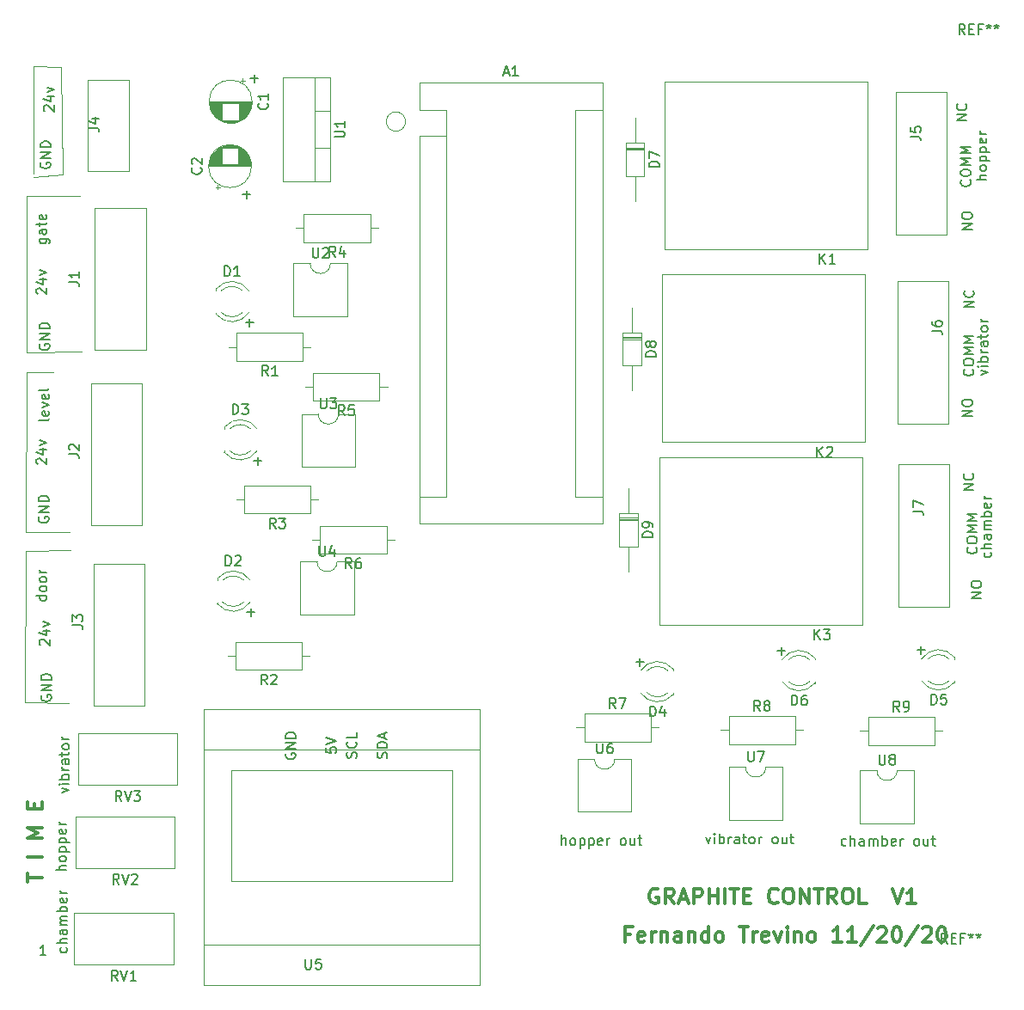
<source format=gbr>
%TF.GenerationSoftware,KiCad,Pcbnew,(5.1.6)-1*%
%TF.CreationDate,2020-11-28T00:37:20-05:00*%
%TF.ProjectId,arduino_graphite,61726475-696e-46f5-9f67-726170686974,rev?*%
%TF.SameCoordinates,Original*%
%TF.FileFunction,Legend,Top*%
%TF.FilePolarity,Positive*%
%FSLAX46Y46*%
G04 Gerber Fmt 4.6, Leading zero omitted, Abs format (unit mm)*
G04 Created by KiCad (PCBNEW (5.1.6)-1) date 2020-11-28 00:37:20*
%MOMM*%
%LPD*%
G01*
G04 APERTURE LIST*
%ADD10C,0.150000*%
%ADD11C,0.300000*%
%ADD12C,0.120000*%
G04 APERTURE END LIST*
D10*
X116097561Y-110234361D02*
X116002323Y-110281980D01*
X115811847Y-110281980D01*
X115716609Y-110234361D01*
X115668990Y-110186742D01*
X115621371Y-110091504D01*
X115621371Y-109805790D01*
X115668990Y-109710552D01*
X115716609Y-109662933D01*
X115811847Y-109615314D01*
X116002323Y-109615314D01*
X116097561Y-109662933D01*
X116526133Y-110281980D02*
X116526133Y-109281980D01*
X116954704Y-110281980D02*
X116954704Y-109758171D01*
X116907085Y-109662933D01*
X116811847Y-109615314D01*
X116668990Y-109615314D01*
X116573752Y-109662933D01*
X116526133Y-109710552D01*
X117859466Y-110281980D02*
X117859466Y-109758171D01*
X117811847Y-109662933D01*
X117716609Y-109615314D01*
X117526133Y-109615314D01*
X117430895Y-109662933D01*
X117859466Y-110234361D02*
X117764228Y-110281980D01*
X117526133Y-110281980D01*
X117430895Y-110234361D01*
X117383276Y-110139123D01*
X117383276Y-110043885D01*
X117430895Y-109948647D01*
X117526133Y-109901028D01*
X117764228Y-109901028D01*
X117859466Y-109853409D01*
X118335657Y-110281980D02*
X118335657Y-109615314D01*
X118335657Y-109710552D02*
X118383276Y-109662933D01*
X118478514Y-109615314D01*
X118621371Y-109615314D01*
X118716609Y-109662933D01*
X118764228Y-109758171D01*
X118764228Y-110281980D01*
X118764228Y-109758171D02*
X118811847Y-109662933D01*
X118907085Y-109615314D01*
X119049942Y-109615314D01*
X119145180Y-109662933D01*
X119192800Y-109758171D01*
X119192800Y-110281980D01*
X119668990Y-110281980D02*
X119668990Y-109281980D01*
X119668990Y-109662933D02*
X119764228Y-109615314D01*
X119954704Y-109615314D01*
X120049942Y-109662933D01*
X120097561Y-109710552D01*
X120145180Y-109805790D01*
X120145180Y-110091504D01*
X120097561Y-110186742D01*
X120049942Y-110234361D01*
X119954704Y-110281980D01*
X119764228Y-110281980D01*
X119668990Y-110234361D01*
X120954704Y-110234361D02*
X120859466Y-110281980D01*
X120668990Y-110281980D01*
X120573752Y-110234361D01*
X120526133Y-110139123D01*
X120526133Y-109758171D01*
X120573752Y-109662933D01*
X120668990Y-109615314D01*
X120859466Y-109615314D01*
X120954704Y-109662933D01*
X121002323Y-109758171D01*
X121002323Y-109853409D01*
X120526133Y-109948647D01*
X121430895Y-110281980D02*
X121430895Y-109615314D01*
X121430895Y-109805790D02*
X121478514Y-109710552D01*
X121526133Y-109662933D01*
X121621371Y-109615314D01*
X121716609Y-109615314D01*
X122954704Y-110281980D02*
X122859466Y-110234361D01*
X122811847Y-110186742D01*
X122764228Y-110091504D01*
X122764228Y-109805790D01*
X122811847Y-109710552D01*
X122859466Y-109662933D01*
X122954704Y-109615314D01*
X123097561Y-109615314D01*
X123192800Y-109662933D01*
X123240419Y-109710552D01*
X123288038Y-109805790D01*
X123288038Y-110091504D01*
X123240419Y-110186742D01*
X123192800Y-110234361D01*
X123097561Y-110281980D01*
X122954704Y-110281980D01*
X124145180Y-109615314D02*
X124145180Y-110281980D01*
X123716609Y-109615314D02*
X123716609Y-110139123D01*
X123764228Y-110234361D01*
X123859466Y-110281980D01*
X124002323Y-110281980D01*
X124097561Y-110234361D01*
X124145180Y-110186742D01*
X124478514Y-109615314D02*
X124859466Y-109615314D01*
X124621371Y-109281980D02*
X124621371Y-110139123D01*
X124668990Y-110234361D01*
X124764228Y-110281980D01*
X124859466Y-110281980D01*
X102268876Y-109412114D02*
X102506971Y-110078780D01*
X102745066Y-109412114D01*
X103126019Y-110078780D02*
X103126019Y-109412114D01*
X103126019Y-109078780D02*
X103078400Y-109126400D01*
X103126019Y-109174019D01*
X103173638Y-109126400D01*
X103126019Y-109078780D01*
X103126019Y-109174019D01*
X103602209Y-110078780D02*
X103602209Y-109078780D01*
X103602209Y-109459733D02*
X103697447Y-109412114D01*
X103887923Y-109412114D01*
X103983161Y-109459733D01*
X104030780Y-109507352D01*
X104078400Y-109602590D01*
X104078400Y-109888304D01*
X104030780Y-109983542D01*
X103983161Y-110031161D01*
X103887923Y-110078780D01*
X103697447Y-110078780D01*
X103602209Y-110031161D01*
X104506971Y-110078780D02*
X104506971Y-109412114D01*
X104506971Y-109602590D02*
X104554590Y-109507352D01*
X104602209Y-109459733D01*
X104697447Y-109412114D01*
X104792685Y-109412114D01*
X105554590Y-110078780D02*
X105554590Y-109554971D01*
X105506971Y-109459733D01*
X105411733Y-109412114D01*
X105221257Y-109412114D01*
X105126019Y-109459733D01*
X105554590Y-110031161D02*
X105459352Y-110078780D01*
X105221257Y-110078780D01*
X105126019Y-110031161D01*
X105078400Y-109935923D01*
X105078400Y-109840685D01*
X105126019Y-109745447D01*
X105221257Y-109697828D01*
X105459352Y-109697828D01*
X105554590Y-109650209D01*
X105887923Y-109412114D02*
X106268876Y-109412114D01*
X106030780Y-109078780D02*
X106030780Y-109935923D01*
X106078400Y-110031161D01*
X106173638Y-110078780D01*
X106268876Y-110078780D01*
X106745066Y-110078780D02*
X106649828Y-110031161D01*
X106602209Y-109983542D01*
X106554590Y-109888304D01*
X106554590Y-109602590D01*
X106602209Y-109507352D01*
X106649828Y-109459733D01*
X106745066Y-109412114D01*
X106887923Y-109412114D01*
X106983161Y-109459733D01*
X107030780Y-109507352D01*
X107078400Y-109602590D01*
X107078400Y-109888304D01*
X107030780Y-109983542D01*
X106983161Y-110031161D01*
X106887923Y-110078780D01*
X106745066Y-110078780D01*
X107506971Y-110078780D02*
X107506971Y-109412114D01*
X107506971Y-109602590D02*
X107554590Y-109507352D01*
X107602209Y-109459733D01*
X107697447Y-109412114D01*
X107792685Y-109412114D01*
X109030780Y-110078780D02*
X108935542Y-110031161D01*
X108887923Y-109983542D01*
X108840304Y-109888304D01*
X108840304Y-109602590D01*
X108887923Y-109507352D01*
X108935542Y-109459733D01*
X109030780Y-109412114D01*
X109173638Y-109412114D01*
X109268876Y-109459733D01*
X109316495Y-109507352D01*
X109364114Y-109602590D01*
X109364114Y-109888304D01*
X109316495Y-109983542D01*
X109268876Y-110031161D01*
X109173638Y-110078780D01*
X109030780Y-110078780D01*
X110221257Y-109412114D02*
X110221257Y-110078780D01*
X109792685Y-109412114D02*
X109792685Y-109935923D01*
X109840304Y-110031161D01*
X109935542Y-110078780D01*
X110078400Y-110078780D01*
X110173638Y-110031161D01*
X110221257Y-109983542D01*
X110554590Y-109412114D02*
X110935542Y-109412114D01*
X110697447Y-109078780D02*
X110697447Y-109935923D01*
X110745066Y-110031161D01*
X110840304Y-110078780D01*
X110935542Y-110078780D01*
X88067047Y-110231180D02*
X88067047Y-109231180D01*
X88495619Y-110231180D02*
X88495619Y-109707371D01*
X88448000Y-109612133D01*
X88352761Y-109564514D01*
X88209904Y-109564514D01*
X88114666Y-109612133D01*
X88067047Y-109659752D01*
X89114666Y-110231180D02*
X89019428Y-110183561D01*
X88971809Y-110135942D01*
X88924190Y-110040704D01*
X88924190Y-109754990D01*
X88971809Y-109659752D01*
X89019428Y-109612133D01*
X89114666Y-109564514D01*
X89257523Y-109564514D01*
X89352761Y-109612133D01*
X89400380Y-109659752D01*
X89448000Y-109754990D01*
X89448000Y-110040704D01*
X89400380Y-110135942D01*
X89352761Y-110183561D01*
X89257523Y-110231180D01*
X89114666Y-110231180D01*
X89876571Y-109564514D02*
X89876571Y-110564514D01*
X89876571Y-109612133D02*
X89971809Y-109564514D01*
X90162285Y-109564514D01*
X90257523Y-109612133D01*
X90305142Y-109659752D01*
X90352761Y-109754990D01*
X90352761Y-110040704D01*
X90305142Y-110135942D01*
X90257523Y-110183561D01*
X90162285Y-110231180D01*
X89971809Y-110231180D01*
X89876571Y-110183561D01*
X90781333Y-109564514D02*
X90781333Y-110564514D01*
X90781333Y-109612133D02*
X90876571Y-109564514D01*
X91067047Y-109564514D01*
X91162285Y-109612133D01*
X91209904Y-109659752D01*
X91257523Y-109754990D01*
X91257523Y-110040704D01*
X91209904Y-110135942D01*
X91162285Y-110183561D01*
X91067047Y-110231180D01*
X90876571Y-110231180D01*
X90781333Y-110183561D01*
X92067047Y-110183561D02*
X91971809Y-110231180D01*
X91781333Y-110231180D01*
X91686095Y-110183561D01*
X91638476Y-110088323D01*
X91638476Y-109707371D01*
X91686095Y-109612133D01*
X91781333Y-109564514D01*
X91971809Y-109564514D01*
X92067047Y-109612133D01*
X92114666Y-109707371D01*
X92114666Y-109802609D01*
X91638476Y-109897847D01*
X92543238Y-110231180D02*
X92543238Y-109564514D01*
X92543238Y-109754990D02*
X92590857Y-109659752D01*
X92638476Y-109612133D01*
X92733714Y-109564514D01*
X92828952Y-109564514D01*
X94067047Y-110231180D02*
X93971809Y-110183561D01*
X93924190Y-110135942D01*
X93876571Y-110040704D01*
X93876571Y-109754990D01*
X93924190Y-109659752D01*
X93971809Y-109612133D01*
X94067047Y-109564514D01*
X94209904Y-109564514D01*
X94305142Y-109612133D01*
X94352761Y-109659752D01*
X94400380Y-109754990D01*
X94400380Y-110040704D01*
X94352761Y-110135942D01*
X94305142Y-110183561D01*
X94209904Y-110231180D01*
X94067047Y-110231180D01*
X95257523Y-109564514D02*
X95257523Y-110231180D01*
X94828952Y-109564514D02*
X94828952Y-110088323D01*
X94876571Y-110183561D01*
X94971809Y-110231180D01*
X95114666Y-110231180D01*
X95209904Y-110183561D01*
X95257523Y-110135942D01*
X95590857Y-109564514D02*
X95971809Y-109564514D01*
X95733714Y-109231180D02*
X95733714Y-110088323D01*
X95781333Y-110183561D01*
X95876571Y-110231180D01*
X95971809Y-110231180D01*
D11*
X94858999Y-118993457D02*
X94358999Y-118993457D01*
X94358999Y-119779171D02*
X94358999Y-118279171D01*
X95073285Y-118279171D01*
X96216142Y-119707742D02*
X96073285Y-119779171D01*
X95787571Y-119779171D01*
X95644714Y-119707742D01*
X95573285Y-119564885D01*
X95573285Y-118993457D01*
X95644714Y-118850600D01*
X95787571Y-118779171D01*
X96073285Y-118779171D01*
X96216142Y-118850600D01*
X96287571Y-118993457D01*
X96287571Y-119136314D01*
X95573285Y-119279171D01*
X96930428Y-119779171D02*
X96930428Y-118779171D01*
X96930428Y-119064885D02*
X97001857Y-118922028D01*
X97073285Y-118850600D01*
X97216142Y-118779171D01*
X97358999Y-118779171D01*
X97858999Y-118779171D02*
X97858999Y-119779171D01*
X97858999Y-118922028D02*
X97930428Y-118850600D01*
X98073285Y-118779171D01*
X98287571Y-118779171D01*
X98430428Y-118850600D01*
X98501857Y-118993457D01*
X98501857Y-119779171D01*
X99858999Y-119779171D02*
X99858999Y-118993457D01*
X99787571Y-118850600D01*
X99644714Y-118779171D01*
X99358999Y-118779171D01*
X99216142Y-118850600D01*
X99858999Y-119707742D02*
X99716142Y-119779171D01*
X99358999Y-119779171D01*
X99216142Y-119707742D01*
X99144714Y-119564885D01*
X99144714Y-119422028D01*
X99216142Y-119279171D01*
X99358999Y-119207742D01*
X99716142Y-119207742D01*
X99858999Y-119136314D01*
X100573285Y-118779171D02*
X100573285Y-119779171D01*
X100573285Y-118922028D02*
X100644714Y-118850600D01*
X100787571Y-118779171D01*
X101001857Y-118779171D01*
X101144714Y-118850600D01*
X101216142Y-118993457D01*
X101216142Y-119779171D01*
X102573285Y-119779171D02*
X102573285Y-118279171D01*
X102573285Y-119707742D02*
X102430428Y-119779171D01*
X102144714Y-119779171D01*
X102001857Y-119707742D01*
X101930428Y-119636314D01*
X101858999Y-119493457D01*
X101858999Y-119064885D01*
X101930428Y-118922028D01*
X102001857Y-118850600D01*
X102144714Y-118779171D01*
X102430428Y-118779171D01*
X102573285Y-118850600D01*
X103501857Y-119779171D02*
X103359000Y-119707742D01*
X103287571Y-119636314D01*
X103216142Y-119493457D01*
X103216142Y-119064885D01*
X103287571Y-118922028D01*
X103359000Y-118850600D01*
X103501857Y-118779171D01*
X103716142Y-118779171D01*
X103859000Y-118850600D01*
X103930428Y-118922028D01*
X104001857Y-119064885D01*
X104001857Y-119493457D01*
X103930428Y-119636314D01*
X103859000Y-119707742D01*
X103716142Y-119779171D01*
X103501857Y-119779171D01*
X105573285Y-118279171D02*
X106430428Y-118279171D01*
X106001857Y-119779171D02*
X106001857Y-118279171D01*
X106930428Y-119779171D02*
X106930428Y-118779171D01*
X106930428Y-119064885D02*
X107001857Y-118922028D01*
X107073285Y-118850600D01*
X107216142Y-118779171D01*
X107358999Y-118779171D01*
X108430428Y-119707742D02*
X108287571Y-119779171D01*
X108001857Y-119779171D01*
X107858999Y-119707742D01*
X107787571Y-119564885D01*
X107787571Y-118993457D01*
X107858999Y-118850600D01*
X108001857Y-118779171D01*
X108287571Y-118779171D01*
X108430428Y-118850600D01*
X108501857Y-118993457D01*
X108501857Y-119136314D01*
X107787571Y-119279171D01*
X109001857Y-118779171D02*
X109358999Y-119779171D01*
X109716142Y-118779171D01*
X110287571Y-119779171D02*
X110287571Y-118779171D01*
X110287571Y-118279171D02*
X110216142Y-118350600D01*
X110287571Y-118422028D01*
X110359000Y-118350600D01*
X110287571Y-118279171D01*
X110287571Y-118422028D01*
X111001857Y-118779171D02*
X111001857Y-119779171D01*
X111001857Y-118922028D02*
X111073285Y-118850600D01*
X111216142Y-118779171D01*
X111430428Y-118779171D01*
X111573285Y-118850600D01*
X111644714Y-118993457D01*
X111644714Y-119779171D01*
X112573285Y-119779171D02*
X112430428Y-119707742D01*
X112359000Y-119636314D01*
X112287571Y-119493457D01*
X112287571Y-119064885D01*
X112359000Y-118922028D01*
X112430428Y-118850600D01*
X112573285Y-118779171D01*
X112787571Y-118779171D01*
X112930428Y-118850600D01*
X113001857Y-118922028D01*
X113073285Y-119064885D01*
X113073285Y-119493457D01*
X113001857Y-119636314D01*
X112930428Y-119707742D01*
X112787571Y-119779171D01*
X112573285Y-119779171D01*
X115644714Y-119779171D02*
X114787571Y-119779171D01*
X115216142Y-119779171D02*
X115216142Y-118279171D01*
X115073285Y-118493457D01*
X114930428Y-118636314D01*
X114787571Y-118707742D01*
X117073285Y-119779171D02*
X116216142Y-119779171D01*
X116644714Y-119779171D02*
X116644714Y-118279171D01*
X116501857Y-118493457D01*
X116359000Y-118636314D01*
X116216142Y-118707742D01*
X118787571Y-118207742D02*
X117501857Y-120136314D01*
X119216142Y-118422028D02*
X119287571Y-118350600D01*
X119430428Y-118279171D01*
X119787571Y-118279171D01*
X119930428Y-118350600D01*
X120001857Y-118422028D01*
X120073285Y-118564885D01*
X120073285Y-118707742D01*
X120001857Y-118922028D01*
X119144714Y-119779171D01*
X120073285Y-119779171D01*
X121001857Y-118279171D02*
X121144714Y-118279171D01*
X121287571Y-118350600D01*
X121359000Y-118422028D01*
X121430428Y-118564885D01*
X121501857Y-118850600D01*
X121501857Y-119207742D01*
X121430428Y-119493457D01*
X121359000Y-119636314D01*
X121287571Y-119707742D01*
X121144714Y-119779171D01*
X121001857Y-119779171D01*
X120859000Y-119707742D01*
X120787571Y-119636314D01*
X120716142Y-119493457D01*
X120644714Y-119207742D01*
X120644714Y-118850600D01*
X120716142Y-118564885D01*
X120787571Y-118422028D01*
X120859000Y-118350600D01*
X121001857Y-118279171D01*
X123216142Y-118207742D02*
X121930428Y-120136314D01*
X123644714Y-118422028D02*
X123716142Y-118350600D01*
X123859000Y-118279171D01*
X124216142Y-118279171D01*
X124359000Y-118350600D01*
X124430428Y-118422028D01*
X124501857Y-118564885D01*
X124501857Y-118707742D01*
X124430428Y-118922028D01*
X123573285Y-119779171D01*
X124501857Y-119779171D01*
X125430428Y-118279171D02*
X125573285Y-118279171D01*
X125716142Y-118350600D01*
X125787571Y-118422028D01*
X125859000Y-118564885D01*
X125930428Y-118850600D01*
X125930428Y-119207742D01*
X125859000Y-119493457D01*
X125787571Y-119636314D01*
X125716142Y-119707742D01*
X125573285Y-119779171D01*
X125430428Y-119779171D01*
X125287571Y-119707742D01*
X125216142Y-119636314D01*
X125144714Y-119493457D01*
X125073285Y-119207742D01*
X125073285Y-118850600D01*
X125144714Y-118564885D01*
X125216142Y-118422028D01*
X125287571Y-118350600D01*
X125430428Y-118279171D01*
X97579600Y-114566000D02*
X97436742Y-114494571D01*
X97222457Y-114494571D01*
X97008171Y-114566000D01*
X96865314Y-114708857D01*
X96793885Y-114851714D01*
X96722457Y-115137428D01*
X96722457Y-115351714D01*
X96793885Y-115637428D01*
X96865314Y-115780285D01*
X97008171Y-115923142D01*
X97222457Y-115994571D01*
X97365314Y-115994571D01*
X97579600Y-115923142D01*
X97651028Y-115851714D01*
X97651028Y-115351714D01*
X97365314Y-115351714D01*
X99151028Y-115994571D02*
X98651028Y-115280285D01*
X98293885Y-115994571D02*
X98293885Y-114494571D01*
X98865314Y-114494571D01*
X99008171Y-114566000D01*
X99079600Y-114637428D01*
X99151028Y-114780285D01*
X99151028Y-114994571D01*
X99079600Y-115137428D01*
X99008171Y-115208857D01*
X98865314Y-115280285D01*
X98293885Y-115280285D01*
X99722457Y-115566000D02*
X100436742Y-115566000D01*
X99579600Y-115994571D02*
X100079600Y-114494571D01*
X100579600Y-115994571D01*
X101079600Y-115994571D02*
X101079600Y-114494571D01*
X101651028Y-114494571D01*
X101793885Y-114566000D01*
X101865314Y-114637428D01*
X101936742Y-114780285D01*
X101936742Y-114994571D01*
X101865314Y-115137428D01*
X101793885Y-115208857D01*
X101651028Y-115280285D01*
X101079600Y-115280285D01*
X102579600Y-115994571D02*
X102579600Y-114494571D01*
X102579600Y-115208857D02*
X103436742Y-115208857D01*
X103436742Y-115994571D02*
X103436742Y-114494571D01*
X104151028Y-115994571D02*
X104151028Y-114494571D01*
X104651028Y-114494571D02*
X105508171Y-114494571D01*
X105079600Y-115994571D02*
X105079600Y-114494571D01*
X106008171Y-115208857D02*
X106508171Y-115208857D01*
X106722457Y-115994571D02*
X106008171Y-115994571D01*
X106008171Y-114494571D01*
X106722457Y-114494571D01*
X109365314Y-115851714D02*
X109293885Y-115923142D01*
X109079600Y-115994571D01*
X108936742Y-115994571D01*
X108722457Y-115923142D01*
X108579600Y-115780285D01*
X108508171Y-115637428D01*
X108436742Y-115351714D01*
X108436742Y-115137428D01*
X108508171Y-114851714D01*
X108579600Y-114708857D01*
X108722457Y-114566000D01*
X108936742Y-114494571D01*
X109079600Y-114494571D01*
X109293885Y-114566000D01*
X109365314Y-114637428D01*
X110293885Y-114494571D02*
X110579600Y-114494571D01*
X110722457Y-114566000D01*
X110865314Y-114708857D01*
X110936742Y-114994571D01*
X110936742Y-115494571D01*
X110865314Y-115780285D01*
X110722457Y-115923142D01*
X110579600Y-115994571D01*
X110293885Y-115994571D01*
X110151028Y-115923142D01*
X110008171Y-115780285D01*
X109936742Y-115494571D01*
X109936742Y-114994571D01*
X110008171Y-114708857D01*
X110151028Y-114566000D01*
X110293885Y-114494571D01*
X111579599Y-115994571D02*
X111579599Y-114494571D01*
X112436742Y-115994571D01*
X112436742Y-114494571D01*
X112936742Y-114494571D02*
X113793885Y-114494571D01*
X113365314Y-115994571D02*
X113365314Y-114494571D01*
X115151028Y-115994571D02*
X114651028Y-115280285D01*
X114293885Y-115994571D02*
X114293885Y-114494571D01*
X114865314Y-114494571D01*
X115008171Y-114566000D01*
X115079599Y-114637428D01*
X115151028Y-114780285D01*
X115151028Y-114994571D01*
X115079599Y-115137428D01*
X115008171Y-115208857D01*
X114865314Y-115280285D01*
X114293885Y-115280285D01*
X116079599Y-114494571D02*
X116365314Y-114494571D01*
X116508171Y-114566000D01*
X116651028Y-114708857D01*
X116722457Y-114994571D01*
X116722457Y-115494571D01*
X116651028Y-115780285D01*
X116508171Y-115923142D01*
X116365314Y-115994571D01*
X116079599Y-115994571D01*
X115936742Y-115923142D01*
X115793885Y-115780285D01*
X115722457Y-115494571D01*
X115722457Y-114994571D01*
X115793885Y-114708857D01*
X115936742Y-114566000D01*
X116079599Y-114494571D01*
X118079599Y-115994571D02*
X117365314Y-115994571D01*
X117365314Y-114494571D01*
X120651028Y-114494571D02*
X121151028Y-115994571D01*
X121651028Y-114494571D01*
X122936742Y-115994571D02*
X122079599Y-115994571D01*
X122508171Y-115994571D02*
X122508171Y-114494571D01*
X122365314Y-114708857D01*
X122222457Y-114851714D01*
X122079599Y-114923142D01*
X35449771Y-113890714D02*
X35449771Y-113033571D01*
X36949771Y-113462142D02*
X35449771Y-113462142D01*
X36949771Y-111390714D02*
X35449771Y-111390714D01*
X36949771Y-109533571D02*
X35449771Y-109533571D01*
X36521200Y-109033571D01*
X35449771Y-108533571D01*
X36949771Y-108533571D01*
X36164057Y-106676428D02*
X36164057Y-106176428D01*
X36949771Y-105962142D02*
X36949771Y-106676428D01*
X35449771Y-106676428D01*
X35449771Y-105962142D01*
D12*
X38963600Y-44170600D02*
X36042600Y-44399200D01*
X38811200Y-33578800D02*
X38963600Y-44170600D01*
X36042600Y-33502600D02*
X38811200Y-33578800D01*
X36042600Y-44094400D02*
X36042600Y-33502600D01*
X35229800Y-96164400D02*
X39573200Y-96240600D01*
X35306000Y-81229200D02*
X35229800Y-96164400D01*
X39725600Y-81153000D02*
X35306000Y-81229200D01*
X35306000Y-79375000D02*
X39649400Y-79400400D01*
X35382200Y-63677800D02*
X35306000Y-79375000D01*
X37998400Y-63677800D02*
X35382200Y-63677800D01*
X35382200Y-61722000D02*
X40843200Y-61645800D01*
X35382200Y-46304200D02*
X35382200Y-61722000D01*
X40614600Y-46304200D02*
X35382200Y-46304200D01*
D10*
X36666514Y-50507780D02*
X37476038Y-50507780D01*
X37571276Y-50555400D01*
X37618895Y-50603019D01*
X37666514Y-50698257D01*
X37666514Y-50841114D01*
X37618895Y-50936352D01*
X37285561Y-50507780D02*
X37333180Y-50603019D01*
X37333180Y-50793495D01*
X37285561Y-50888733D01*
X37237942Y-50936352D01*
X37142704Y-50983971D01*
X36856990Y-50983971D01*
X36761752Y-50936352D01*
X36714133Y-50888733D01*
X36666514Y-50793495D01*
X36666514Y-50603019D01*
X36714133Y-50507780D01*
X37333180Y-49603019D02*
X36809371Y-49603019D01*
X36714133Y-49650638D01*
X36666514Y-49745876D01*
X36666514Y-49936352D01*
X36714133Y-50031590D01*
X37285561Y-49603019D02*
X37333180Y-49698257D01*
X37333180Y-49936352D01*
X37285561Y-50031590D01*
X37190323Y-50079209D01*
X37095085Y-50079209D01*
X36999847Y-50031590D01*
X36952228Y-49936352D01*
X36952228Y-49698257D01*
X36904609Y-49603019D01*
X36666514Y-49269685D02*
X36666514Y-48888733D01*
X36333180Y-49126828D02*
X37190323Y-49126828D01*
X37285561Y-49079209D01*
X37333180Y-48983971D01*
X37333180Y-48888733D01*
X37285561Y-48174447D02*
X37333180Y-48269685D01*
X37333180Y-48460161D01*
X37285561Y-48555400D01*
X37190323Y-48603019D01*
X36809371Y-48603019D01*
X36714133Y-48555400D01*
X36666514Y-48460161D01*
X36666514Y-48269685D01*
X36714133Y-48174447D01*
X36809371Y-48126828D01*
X36904609Y-48126828D01*
X36999847Y-48603019D01*
X37587180Y-68259152D02*
X37539561Y-68354390D01*
X37444323Y-68402009D01*
X36587180Y-68402009D01*
X37539561Y-67497247D02*
X37587180Y-67592485D01*
X37587180Y-67782961D01*
X37539561Y-67878200D01*
X37444323Y-67925819D01*
X37063371Y-67925819D01*
X36968133Y-67878200D01*
X36920514Y-67782961D01*
X36920514Y-67592485D01*
X36968133Y-67497247D01*
X37063371Y-67449628D01*
X37158609Y-67449628D01*
X37253847Y-67925819D01*
X36920514Y-67116295D02*
X37587180Y-66878200D01*
X36920514Y-66640104D01*
X37539561Y-65878200D02*
X37587180Y-65973438D01*
X37587180Y-66163914D01*
X37539561Y-66259152D01*
X37444323Y-66306771D01*
X37063371Y-66306771D01*
X36968133Y-66259152D01*
X36920514Y-66163914D01*
X36920514Y-65973438D01*
X36968133Y-65878200D01*
X37063371Y-65830580D01*
X37158609Y-65830580D01*
X37253847Y-66306771D01*
X37587180Y-65259152D02*
X37539561Y-65354390D01*
X37444323Y-65402009D01*
X36587180Y-65402009D01*
X37358580Y-85658200D02*
X36358580Y-85658200D01*
X37310961Y-85658200D02*
X37358580Y-85753438D01*
X37358580Y-85943914D01*
X37310961Y-86039152D01*
X37263342Y-86086771D01*
X37168104Y-86134390D01*
X36882390Y-86134390D01*
X36787152Y-86086771D01*
X36739533Y-86039152D01*
X36691914Y-85943914D01*
X36691914Y-85753438D01*
X36739533Y-85658200D01*
X37358580Y-85039152D02*
X37310961Y-85134390D01*
X37263342Y-85182009D01*
X37168104Y-85229628D01*
X36882390Y-85229628D01*
X36787152Y-85182009D01*
X36739533Y-85134390D01*
X36691914Y-85039152D01*
X36691914Y-84896295D01*
X36739533Y-84801057D01*
X36787152Y-84753438D01*
X36882390Y-84705819D01*
X37168104Y-84705819D01*
X37263342Y-84753438D01*
X37310961Y-84801057D01*
X37358580Y-84896295D01*
X37358580Y-85039152D01*
X37358580Y-84134390D02*
X37310961Y-84229628D01*
X37263342Y-84277247D01*
X37168104Y-84324866D01*
X36882390Y-84324866D01*
X36787152Y-84277247D01*
X36739533Y-84229628D01*
X36691914Y-84134390D01*
X36691914Y-83991533D01*
X36739533Y-83896295D01*
X36787152Y-83848676D01*
X36882390Y-83801057D01*
X37168104Y-83801057D01*
X37263342Y-83848676D01*
X37310961Y-83896295D01*
X37358580Y-83991533D01*
X37358580Y-84134390D01*
X37358580Y-83372485D02*
X36691914Y-83372485D01*
X36882390Y-83372485D02*
X36787152Y-83324866D01*
X36739533Y-83277247D01*
X36691914Y-83182009D01*
X36691914Y-83086771D01*
X36733219Y-90525457D02*
X36685600Y-90477838D01*
X36637980Y-90382600D01*
X36637980Y-90144504D01*
X36685600Y-90049266D01*
X36733219Y-90001647D01*
X36828457Y-89954028D01*
X36923695Y-89954028D01*
X37066552Y-90001647D01*
X37637980Y-90573076D01*
X37637980Y-89954028D01*
X36971314Y-89096885D02*
X37637980Y-89096885D01*
X36590361Y-89334980D02*
X37304647Y-89573076D01*
X37304647Y-88954028D01*
X36971314Y-88668314D02*
X37637980Y-88430219D01*
X36971314Y-88192123D01*
X36453819Y-72694657D02*
X36406200Y-72647038D01*
X36358580Y-72551800D01*
X36358580Y-72313704D01*
X36406200Y-72218466D01*
X36453819Y-72170847D01*
X36549057Y-72123228D01*
X36644295Y-72123228D01*
X36787152Y-72170847D01*
X37358580Y-72742276D01*
X37358580Y-72123228D01*
X36691914Y-71266085D02*
X37358580Y-71266085D01*
X36310961Y-71504180D02*
X37025247Y-71742276D01*
X37025247Y-71123228D01*
X36691914Y-70837514D02*
X37358580Y-70599419D01*
X36691914Y-70361323D01*
X36453819Y-55930657D02*
X36406200Y-55883038D01*
X36358580Y-55787800D01*
X36358580Y-55549704D01*
X36406200Y-55454466D01*
X36453819Y-55406847D01*
X36549057Y-55359228D01*
X36644295Y-55359228D01*
X36787152Y-55406847D01*
X37358580Y-55978276D01*
X37358580Y-55359228D01*
X36691914Y-54502085D02*
X37358580Y-54502085D01*
X36310961Y-54740180D02*
X37025247Y-54978276D01*
X37025247Y-54359228D01*
X36691914Y-54073514D02*
X37358580Y-53835419D01*
X36691914Y-53597323D01*
X36863400Y-95478504D02*
X36815780Y-95573742D01*
X36815780Y-95716600D01*
X36863400Y-95859457D01*
X36958638Y-95954695D01*
X37053876Y-96002314D01*
X37244352Y-96049933D01*
X37387209Y-96049933D01*
X37577685Y-96002314D01*
X37672923Y-95954695D01*
X37768161Y-95859457D01*
X37815780Y-95716600D01*
X37815780Y-95621361D01*
X37768161Y-95478504D01*
X37720542Y-95430885D01*
X37387209Y-95430885D01*
X37387209Y-95621361D01*
X37815780Y-95002314D02*
X36815780Y-95002314D01*
X37815780Y-94430885D01*
X36815780Y-94430885D01*
X37815780Y-93954695D02*
X36815780Y-93954695D01*
X36815780Y-93716600D01*
X36863400Y-93573742D01*
X36958638Y-93478504D01*
X37053876Y-93430885D01*
X37244352Y-93383266D01*
X37387209Y-93383266D01*
X37577685Y-93430885D01*
X37672923Y-93478504D01*
X37768161Y-93573742D01*
X37815780Y-93716600D01*
X37815780Y-93954695D01*
X36609400Y-77901704D02*
X36561780Y-77996942D01*
X36561780Y-78139800D01*
X36609400Y-78282657D01*
X36704638Y-78377895D01*
X36799876Y-78425514D01*
X36990352Y-78473133D01*
X37133209Y-78473133D01*
X37323685Y-78425514D01*
X37418923Y-78377895D01*
X37514161Y-78282657D01*
X37561780Y-78139800D01*
X37561780Y-78044561D01*
X37514161Y-77901704D01*
X37466542Y-77854085D01*
X37133209Y-77854085D01*
X37133209Y-78044561D01*
X37561780Y-77425514D02*
X36561780Y-77425514D01*
X37561780Y-76854085D01*
X36561780Y-76854085D01*
X37561780Y-76377895D02*
X36561780Y-76377895D01*
X36561780Y-76139800D01*
X36609400Y-75996942D01*
X36704638Y-75901704D01*
X36799876Y-75854085D01*
X36990352Y-75806466D01*
X37133209Y-75806466D01*
X37323685Y-75854085D01*
X37418923Y-75901704D01*
X37514161Y-75996942D01*
X37561780Y-76139800D01*
X37561780Y-76377895D01*
X36685600Y-60883704D02*
X36637980Y-60978942D01*
X36637980Y-61121800D01*
X36685600Y-61264657D01*
X36780838Y-61359895D01*
X36876076Y-61407514D01*
X37066552Y-61455133D01*
X37209409Y-61455133D01*
X37399885Y-61407514D01*
X37495123Y-61359895D01*
X37590361Y-61264657D01*
X37637980Y-61121800D01*
X37637980Y-61026561D01*
X37590361Y-60883704D01*
X37542742Y-60836085D01*
X37209409Y-60836085D01*
X37209409Y-61026561D01*
X37637980Y-60407514D02*
X36637980Y-60407514D01*
X37637980Y-59836085D01*
X36637980Y-59836085D01*
X37637980Y-59359895D02*
X36637980Y-59359895D01*
X36637980Y-59121800D01*
X36685600Y-58978942D01*
X36780838Y-58883704D01*
X36876076Y-58836085D01*
X37066552Y-58788466D01*
X37209409Y-58788466D01*
X37399885Y-58836085D01*
X37495123Y-58883704D01*
X37590361Y-58978942D01*
X37637980Y-59121800D01*
X37637980Y-59359895D01*
X36787200Y-43002104D02*
X36739580Y-43097342D01*
X36739580Y-43240200D01*
X36787200Y-43383057D01*
X36882438Y-43478295D01*
X36977676Y-43525914D01*
X37168152Y-43573533D01*
X37311009Y-43573533D01*
X37501485Y-43525914D01*
X37596723Y-43478295D01*
X37691961Y-43383057D01*
X37739580Y-43240200D01*
X37739580Y-43144961D01*
X37691961Y-43002104D01*
X37644342Y-42954485D01*
X37311009Y-42954485D01*
X37311009Y-43144961D01*
X37739580Y-42525914D02*
X36739580Y-42525914D01*
X37739580Y-41954485D01*
X36739580Y-41954485D01*
X37739580Y-41478295D02*
X36739580Y-41478295D01*
X36739580Y-41240200D01*
X36787200Y-41097342D01*
X36882438Y-41002104D01*
X36977676Y-40954485D01*
X37168152Y-40906866D01*
X37311009Y-40906866D01*
X37501485Y-40954485D01*
X37596723Y-41002104D01*
X37691961Y-41097342D01*
X37739580Y-41240200D01*
X37739580Y-41478295D01*
X37165019Y-37922057D02*
X37117400Y-37874438D01*
X37069780Y-37779200D01*
X37069780Y-37541104D01*
X37117400Y-37445866D01*
X37165019Y-37398247D01*
X37260257Y-37350628D01*
X37355495Y-37350628D01*
X37498352Y-37398247D01*
X38069780Y-37969676D01*
X38069780Y-37350628D01*
X37403114Y-36493485D02*
X38069780Y-36493485D01*
X37022161Y-36731580D02*
X37736447Y-36969676D01*
X37736447Y-36350628D01*
X37403114Y-36064914D02*
X38069780Y-35826819D01*
X37403114Y-35588723D01*
X39317561Y-120329009D02*
X39365180Y-120424247D01*
X39365180Y-120614723D01*
X39317561Y-120709961D01*
X39269942Y-120757580D01*
X39174704Y-120805200D01*
X38888990Y-120805200D01*
X38793752Y-120757580D01*
X38746133Y-120709961D01*
X38698514Y-120614723D01*
X38698514Y-120424247D01*
X38746133Y-120329009D01*
X39365180Y-119900438D02*
X38365180Y-119900438D01*
X39365180Y-119471866D02*
X38841371Y-119471866D01*
X38746133Y-119519485D01*
X38698514Y-119614723D01*
X38698514Y-119757580D01*
X38746133Y-119852819D01*
X38793752Y-119900438D01*
X39365180Y-118567104D02*
X38841371Y-118567104D01*
X38746133Y-118614723D01*
X38698514Y-118709961D01*
X38698514Y-118900438D01*
X38746133Y-118995676D01*
X39317561Y-118567104D02*
X39365180Y-118662342D01*
X39365180Y-118900438D01*
X39317561Y-118995676D01*
X39222323Y-119043295D01*
X39127085Y-119043295D01*
X39031847Y-118995676D01*
X38984228Y-118900438D01*
X38984228Y-118662342D01*
X38936609Y-118567104D01*
X39365180Y-118090914D02*
X38698514Y-118090914D01*
X38793752Y-118090914D02*
X38746133Y-118043295D01*
X38698514Y-117948057D01*
X38698514Y-117805200D01*
X38746133Y-117709961D01*
X38841371Y-117662342D01*
X39365180Y-117662342D01*
X38841371Y-117662342D02*
X38746133Y-117614723D01*
X38698514Y-117519485D01*
X38698514Y-117376628D01*
X38746133Y-117281390D01*
X38841371Y-117233771D01*
X39365180Y-117233771D01*
X39365180Y-116757580D02*
X38365180Y-116757580D01*
X38746133Y-116757580D02*
X38698514Y-116662342D01*
X38698514Y-116471866D01*
X38746133Y-116376628D01*
X38793752Y-116329009D01*
X38888990Y-116281390D01*
X39174704Y-116281390D01*
X39269942Y-116329009D01*
X39317561Y-116376628D01*
X39365180Y-116471866D01*
X39365180Y-116662342D01*
X39317561Y-116757580D01*
X39317561Y-115471866D02*
X39365180Y-115567104D01*
X39365180Y-115757580D01*
X39317561Y-115852819D01*
X39222323Y-115900438D01*
X38841371Y-115900438D01*
X38746133Y-115852819D01*
X38698514Y-115757580D01*
X38698514Y-115567104D01*
X38746133Y-115471866D01*
X38841371Y-115424247D01*
X38936609Y-115424247D01*
X39031847Y-115900438D01*
X39365180Y-114995676D02*
X38698514Y-114995676D01*
X38888990Y-114995676D02*
X38793752Y-114948057D01*
X38746133Y-114900438D01*
X38698514Y-114805200D01*
X38698514Y-114709961D01*
X39288980Y-112697923D02*
X38288980Y-112697923D01*
X39288980Y-112269352D02*
X38765171Y-112269352D01*
X38669933Y-112316971D01*
X38622314Y-112412209D01*
X38622314Y-112555066D01*
X38669933Y-112650304D01*
X38717552Y-112697923D01*
X39288980Y-111650304D02*
X39241361Y-111745542D01*
X39193742Y-111793161D01*
X39098504Y-111840780D01*
X38812790Y-111840780D01*
X38717552Y-111793161D01*
X38669933Y-111745542D01*
X38622314Y-111650304D01*
X38622314Y-111507447D01*
X38669933Y-111412209D01*
X38717552Y-111364590D01*
X38812790Y-111316971D01*
X39098504Y-111316971D01*
X39193742Y-111364590D01*
X39241361Y-111412209D01*
X39288980Y-111507447D01*
X39288980Y-111650304D01*
X38622314Y-110888400D02*
X39622314Y-110888400D01*
X38669933Y-110888400D02*
X38622314Y-110793161D01*
X38622314Y-110602685D01*
X38669933Y-110507447D01*
X38717552Y-110459828D01*
X38812790Y-110412209D01*
X39098504Y-110412209D01*
X39193742Y-110459828D01*
X39241361Y-110507447D01*
X39288980Y-110602685D01*
X39288980Y-110793161D01*
X39241361Y-110888400D01*
X38622314Y-109983638D02*
X39622314Y-109983638D01*
X38669933Y-109983638D02*
X38622314Y-109888400D01*
X38622314Y-109697923D01*
X38669933Y-109602685D01*
X38717552Y-109555066D01*
X38812790Y-109507447D01*
X39098504Y-109507447D01*
X39193742Y-109555066D01*
X39241361Y-109602685D01*
X39288980Y-109697923D01*
X39288980Y-109888400D01*
X39241361Y-109983638D01*
X39241361Y-108697923D02*
X39288980Y-108793161D01*
X39288980Y-108983638D01*
X39241361Y-109078876D01*
X39146123Y-109126495D01*
X38765171Y-109126495D01*
X38669933Y-109078876D01*
X38622314Y-108983638D01*
X38622314Y-108793161D01*
X38669933Y-108697923D01*
X38765171Y-108650304D01*
X38860409Y-108650304D01*
X38955647Y-109126495D01*
X39288980Y-108221733D02*
X38622314Y-108221733D01*
X38812790Y-108221733D02*
X38717552Y-108174114D01*
X38669933Y-108126495D01*
X38622314Y-108031257D01*
X38622314Y-107936019D01*
X38901714Y-105074695D02*
X39568380Y-104836600D01*
X38901714Y-104598504D01*
X39568380Y-104217552D02*
X38901714Y-104217552D01*
X38568380Y-104217552D02*
X38616000Y-104265171D01*
X38663619Y-104217552D01*
X38616000Y-104169933D01*
X38568380Y-104217552D01*
X38663619Y-104217552D01*
X39568380Y-103741361D02*
X38568380Y-103741361D01*
X38949333Y-103741361D02*
X38901714Y-103646123D01*
X38901714Y-103455647D01*
X38949333Y-103360409D01*
X38996952Y-103312790D01*
X39092190Y-103265171D01*
X39377904Y-103265171D01*
X39473142Y-103312790D01*
X39520761Y-103360409D01*
X39568380Y-103455647D01*
X39568380Y-103646123D01*
X39520761Y-103741361D01*
X39568380Y-102836600D02*
X38901714Y-102836600D01*
X39092190Y-102836600D02*
X38996952Y-102788980D01*
X38949333Y-102741361D01*
X38901714Y-102646123D01*
X38901714Y-102550885D01*
X39568380Y-101788980D02*
X39044571Y-101788980D01*
X38949333Y-101836600D01*
X38901714Y-101931838D01*
X38901714Y-102122314D01*
X38949333Y-102217552D01*
X39520761Y-101788980D02*
X39568380Y-101884219D01*
X39568380Y-102122314D01*
X39520761Y-102217552D01*
X39425523Y-102265171D01*
X39330285Y-102265171D01*
X39235047Y-102217552D01*
X39187428Y-102122314D01*
X39187428Y-101884219D01*
X39139809Y-101788980D01*
X38901714Y-101455647D02*
X38901714Y-101074695D01*
X38568380Y-101312790D02*
X39425523Y-101312790D01*
X39520761Y-101265171D01*
X39568380Y-101169933D01*
X39568380Y-101074695D01*
X39568380Y-100598504D02*
X39520761Y-100693742D01*
X39473142Y-100741361D01*
X39377904Y-100788980D01*
X39092190Y-100788980D01*
X38996952Y-100741361D01*
X38949333Y-100693742D01*
X38901714Y-100598504D01*
X38901714Y-100455647D01*
X38949333Y-100360409D01*
X38996952Y-100312790D01*
X39092190Y-100265171D01*
X39377904Y-100265171D01*
X39473142Y-100312790D01*
X39520761Y-100360409D01*
X39568380Y-100455647D01*
X39568380Y-100598504D01*
X39568380Y-99836600D02*
X38901714Y-99836600D01*
X39092190Y-99836600D02*
X38996952Y-99788980D01*
X38949333Y-99741361D01*
X38901714Y-99646123D01*
X38901714Y-99550885D01*
X57429447Y-34691628D02*
X58191352Y-34691628D01*
X57810400Y-35072580D02*
X57810400Y-34310676D01*
X56667447Y-46147028D02*
X57429352Y-46147028D01*
X57048400Y-46527980D02*
X57048400Y-45766076D01*
D12*
X72699935Y-38963600D02*
G75*
G03*
X72699935Y-38963600I-944935J0D01*
G01*
D10*
X129408180Y-85874123D02*
X128408180Y-85874123D01*
X129408180Y-85302695D01*
X128408180Y-85302695D01*
X128408180Y-84636028D02*
X128408180Y-84445552D01*
X128455800Y-84350314D01*
X128551038Y-84255076D01*
X128741514Y-84207457D01*
X129074847Y-84207457D01*
X129265323Y-84255076D01*
X129360561Y-84350314D01*
X129408180Y-84445552D01*
X129408180Y-84636028D01*
X129360561Y-84731266D01*
X129265323Y-84826504D01*
X129074847Y-84874123D01*
X128741514Y-84874123D01*
X128551038Y-84826504D01*
X128455800Y-84731266D01*
X128408180Y-84636028D01*
X128881142Y-80884542D02*
X128928761Y-80932161D01*
X128976380Y-81075019D01*
X128976380Y-81170257D01*
X128928761Y-81313114D01*
X128833523Y-81408352D01*
X128738285Y-81455971D01*
X128547809Y-81503590D01*
X128404952Y-81503590D01*
X128214476Y-81455971D01*
X128119238Y-81408352D01*
X128024000Y-81313114D01*
X127976380Y-81170257D01*
X127976380Y-81075019D01*
X128024000Y-80932161D01*
X128071619Y-80884542D01*
X127976380Y-80265495D02*
X127976380Y-80075019D01*
X128024000Y-79979780D01*
X128119238Y-79884542D01*
X128309714Y-79836923D01*
X128643047Y-79836923D01*
X128833523Y-79884542D01*
X128928761Y-79979780D01*
X128976380Y-80075019D01*
X128976380Y-80265495D01*
X128928761Y-80360733D01*
X128833523Y-80455971D01*
X128643047Y-80503590D01*
X128309714Y-80503590D01*
X128119238Y-80455971D01*
X128024000Y-80360733D01*
X127976380Y-80265495D01*
X128976380Y-79408352D02*
X127976380Y-79408352D01*
X128690666Y-79075019D01*
X127976380Y-78741685D01*
X128976380Y-78741685D01*
X128976380Y-78265495D02*
X127976380Y-78265495D01*
X128690666Y-77932161D01*
X127976380Y-77598828D01*
X128976380Y-77598828D01*
X128646180Y-75258514D02*
X127646180Y-75258514D01*
X128646180Y-74687085D01*
X127646180Y-74687085D01*
X128550942Y-73639466D02*
X128598561Y-73687085D01*
X128646180Y-73829942D01*
X128646180Y-73925180D01*
X128598561Y-74068038D01*
X128503323Y-74163276D01*
X128408085Y-74210895D01*
X128217609Y-74258514D01*
X128074752Y-74258514D01*
X127884276Y-74210895D01*
X127789038Y-74163276D01*
X127693800Y-74068038D01*
X127646180Y-73925180D01*
X127646180Y-73829942D01*
X127693800Y-73687085D01*
X127741419Y-73639466D01*
X128550942Y-63358542D02*
X128598561Y-63406161D01*
X128646180Y-63549019D01*
X128646180Y-63644257D01*
X128598561Y-63787114D01*
X128503323Y-63882352D01*
X128408085Y-63929971D01*
X128217609Y-63977590D01*
X128074752Y-63977590D01*
X127884276Y-63929971D01*
X127789038Y-63882352D01*
X127693800Y-63787114D01*
X127646180Y-63644257D01*
X127646180Y-63549019D01*
X127693800Y-63406161D01*
X127741419Y-63358542D01*
X127646180Y-62739495D02*
X127646180Y-62549019D01*
X127693800Y-62453780D01*
X127789038Y-62358542D01*
X127979514Y-62310923D01*
X128312847Y-62310923D01*
X128503323Y-62358542D01*
X128598561Y-62453780D01*
X128646180Y-62549019D01*
X128646180Y-62739495D01*
X128598561Y-62834733D01*
X128503323Y-62929971D01*
X128312847Y-62977590D01*
X127979514Y-62977590D01*
X127789038Y-62929971D01*
X127693800Y-62834733D01*
X127646180Y-62739495D01*
X128646180Y-61882352D02*
X127646180Y-61882352D01*
X128360466Y-61549019D01*
X127646180Y-61215685D01*
X128646180Y-61215685D01*
X128646180Y-60739495D02*
X127646180Y-60739495D01*
X128360466Y-60406161D01*
X127646180Y-60072828D01*
X128646180Y-60072828D01*
X128519180Y-67992523D02*
X127519180Y-67992523D01*
X128519180Y-67421095D01*
X127519180Y-67421095D01*
X127519180Y-66754428D02*
X127519180Y-66563952D01*
X127566800Y-66468714D01*
X127662038Y-66373476D01*
X127852514Y-66325857D01*
X128185847Y-66325857D01*
X128376323Y-66373476D01*
X128471561Y-66468714D01*
X128519180Y-66563952D01*
X128519180Y-66754428D01*
X128471561Y-66849666D01*
X128376323Y-66944904D01*
X128185847Y-66992523D01*
X127852514Y-66992523D01*
X127662038Y-66944904D01*
X127566800Y-66849666D01*
X127519180Y-66754428D01*
X128696980Y-57249914D02*
X127696980Y-57249914D01*
X128696980Y-56678485D01*
X127696980Y-56678485D01*
X128601742Y-55630866D02*
X128649361Y-55678485D01*
X128696980Y-55821342D01*
X128696980Y-55916580D01*
X128649361Y-56059438D01*
X128554123Y-56154676D01*
X128458885Y-56202295D01*
X128268409Y-56249914D01*
X128125552Y-56249914D01*
X127935076Y-56202295D01*
X127839838Y-56154676D01*
X127744600Y-56059438D01*
X127696980Y-55916580D01*
X127696980Y-55821342D01*
X127744600Y-55678485D01*
X127792219Y-55630866D01*
X128493780Y-49552123D02*
X127493780Y-49552123D01*
X128493780Y-48980695D01*
X127493780Y-48980695D01*
X127493780Y-48314028D02*
X127493780Y-48123552D01*
X127541400Y-48028314D01*
X127636638Y-47933076D01*
X127827114Y-47885457D01*
X128160447Y-47885457D01*
X128350923Y-47933076D01*
X128446161Y-48028314D01*
X128493780Y-48123552D01*
X128493780Y-48314028D01*
X128446161Y-48409266D01*
X128350923Y-48504504D01*
X128160447Y-48552123D01*
X127827114Y-48552123D01*
X127636638Y-48504504D01*
X127541400Y-48409266D01*
X127493780Y-48314028D01*
X128271542Y-44714942D02*
X128319161Y-44762561D01*
X128366780Y-44905419D01*
X128366780Y-45000657D01*
X128319161Y-45143514D01*
X128223923Y-45238752D01*
X128128685Y-45286371D01*
X127938209Y-45333990D01*
X127795352Y-45333990D01*
X127604876Y-45286371D01*
X127509638Y-45238752D01*
X127414400Y-45143514D01*
X127366780Y-45000657D01*
X127366780Y-44905419D01*
X127414400Y-44762561D01*
X127462019Y-44714942D01*
X127366780Y-44095895D02*
X127366780Y-43905419D01*
X127414400Y-43810180D01*
X127509638Y-43714942D01*
X127700114Y-43667323D01*
X128033447Y-43667323D01*
X128223923Y-43714942D01*
X128319161Y-43810180D01*
X128366780Y-43905419D01*
X128366780Y-44095895D01*
X128319161Y-44191133D01*
X128223923Y-44286371D01*
X128033447Y-44333990D01*
X127700114Y-44333990D01*
X127509638Y-44286371D01*
X127414400Y-44191133D01*
X127366780Y-44095895D01*
X128366780Y-43238752D02*
X127366780Y-43238752D01*
X128081066Y-42905419D01*
X127366780Y-42572085D01*
X128366780Y-42572085D01*
X128366780Y-42095895D02*
X127366780Y-42095895D01*
X128081066Y-41762561D01*
X127366780Y-41429228D01*
X128366780Y-41429228D01*
X127960380Y-38834914D02*
X126960380Y-38834914D01*
X127960380Y-38263485D01*
X126960380Y-38263485D01*
X127865142Y-37215866D02*
X127912761Y-37263485D01*
X127960380Y-37406342D01*
X127960380Y-37501580D01*
X127912761Y-37644438D01*
X127817523Y-37739676D01*
X127722285Y-37787295D01*
X127531809Y-37834914D01*
X127388952Y-37834914D01*
X127198476Y-37787295D01*
X127103238Y-37739676D01*
X127008000Y-37644438D01*
X126960380Y-37501580D01*
X126960380Y-37406342D01*
X127008000Y-37263485D01*
X127055619Y-37215866D01*
X130300361Y-81416209D02*
X130347980Y-81511447D01*
X130347980Y-81701923D01*
X130300361Y-81797161D01*
X130252742Y-81844780D01*
X130157504Y-81892400D01*
X129871790Y-81892400D01*
X129776552Y-81844780D01*
X129728933Y-81797161D01*
X129681314Y-81701923D01*
X129681314Y-81511447D01*
X129728933Y-81416209D01*
X130347980Y-80987638D02*
X129347980Y-80987638D01*
X130347980Y-80559066D02*
X129824171Y-80559066D01*
X129728933Y-80606685D01*
X129681314Y-80701923D01*
X129681314Y-80844780D01*
X129728933Y-80940019D01*
X129776552Y-80987638D01*
X130347980Y-79654304D02*
X129824171Y-79654304D01*
X129728933Y-79701923D01*
X129681314Y-79797161D01*
X129681314Y-79987638D01*
X129728933Y-80082876D01*
X130300361Y-79654304D02*
X130347980Y-79749542D01*
X130347980Y-79987638D01*
X130300361Y-80082876D01*
X130205123Y-80130495D01*
X130109885Y-80130495D01*
X130014647Y-80082876D01*
X129967028Y-79987638D01*
X129967028Y-79749542D01*
X129919409Y-79654304D01*
X130347980Y-79178114D02*
X129681314Y-79178114D01*
X129776552Y-79178114D02*
X129728933Y-79130495D01*
X129681314Y-79035257D01*
X129681314Y-78892400D01*
X129728933Y-78797161D01*
X129824171Y-78749542D01*
X130347980Y-78749542D01*
X129824171Y-78749542D02*
X129728933Y-78701923D01*
X129681314Y-78606685D01*
X129681314Y-78463828D01*
X129728933Y-78368590D01*
X129824171Y-78320971D01*
X130347980Y-78320971D01*
X130347980Y-77844780D02*
X129347980Y-77844780D01*
X129728933Y-77844780D02*
X129681314Y-77749542D01*
X129681314Y-77559066D01*
X129728933Y-77463828D01*
X129776552Y-77416209D01*
X129871790Y-77368590D01*
X130157504Y-77368590D01*
X130252742Y-77416209D01*
X130300361Y-77463828D01*
X130347980Y-77559066D01*
X130347980Y-77749542D01*
X130300361Y-77844780D01*
X130300361Y-76559066D02*
X130347980Y-76654304D01*
X130347980Y-76844780D01*
X130300361Y-76940019D01*
X130205123Y-76987638D01*
X129824171Y-76987638D01*
X129728933Y-76940019D01*
X129681314Y-76844780D01*
X129681314Y-76654304D01*
X129728933Y-76559066D01*
X129824171Y-76511447D01*
X129919409Y-76511447D01*
X130014647Y-76987638D01*
X130347980Y-76082876D02*
X129681314Y-76082876D01*
X129871790Y-76082876D02*
X129776552Y-76035257D01*
X129728933Y-75987638D01*
X129681314Y-75892400D01*
X129681314Y-75797161D01*
X129376514Y-63926695D02*
X130043180Y-63688600D01*
X129376514Y-63450504D01*
X130043180Y-63069552D02*
X129376514Y-63069552D01*
X129043180Y-63069552D02*
X129090800Y-63117171D01*
X129138419Y-63069552D01*
X129090800Y-63021933D01*
X129043180Y-63069552D01*
X129138419Y-63069552D01*
X130043180Y-62593361D02*
X129043180Y-62593361D01*
X129424133Y-62593361D02*
X129376514Y-62498123D01*
X129376514Y-62307647D01*
X129424133Y-62212409D01*
X129471752Y-62164790D01*
X129566990Y-62117171D01*
X129852704Y-62117171D01*
X129947942Y-62164790D01*
X129995561Y-62212409D01*
X130043180Y-62307647D01*
X130043180Y-62498123D01*
X129995561Y-62593361D01*
X130043180Y-61688600D02*
X129376514Y-61688600D01*
X129566990Y-61688600D02*
X129471752Y-61640980D01*
X129424133Y-61593361D01*
X129376514Y-61498123D01*
X129376514Y-61402885D01*
X130043180Y-60640980D02*
X129519371Y-60640980D01*
X129424133Y-60688600D01*
X129376514Y-60783838D01*
X129376514Y-60974314D01*
X129424133Y-61069552D01*
X129995561Y-60640980D02*
X130043180Y-60736219D01*
X130043180Y-60974314D01*
X129995561Y-61069552D01*
X129900323Y-61117171D01*
X129805085Y-61117171D01*
X129709847Y-61069552D01*
X129662228Y-60974314D01*
X129662228Y-60736219D01*
X129614609Y-60640980D01*
X129376514Y-60307647D02*
X129376514Y-59926695D01*
X129043180Y-60164790D02*
X129900323Y-60164790D01*
X129995561Y-60117171D01*
X130043180Y-60021933D01*
X130043180Y-59926695D01*
X130043180Y-59450504D02*
X129995561Y-59545742D01*
X129947942Y-59593361D01*
X129852704Y-59640980D01*
X129566990Y-59640980D01*
X129471752Y-59593361D01*
X129424133Y-59545742D01*
X129376514Y-59450504D01*
X129376514Y-59307647D01*
X129424133Y-59212409D01*
X129471752Y-59164790D01*
X129566990Y-59117171D01*
X129852704Y-59117171D01*
X129947942Y-59164790D01*
X129995561Y-59212409D01*
X130043180Y-59307647D01*
X130043180Y-59450504D01*
X130043180Y-58688600D02*
X129376514Y-58688600D01*
X129566990Y-58688600D02*
X129471752Y-58640980D01*
X129424133Y-58593361D01*
X129376514Y-58498123D01*
X129376514Y-58402885D01*
X129916180Y-44651323D02*
X128916180Y-44651323D01*
X129916180Y-44222752D02*
X129392371Y-44222752D01*
X129297133Y-44270371D01*
X129249514Y-44365609D01*
X129249514Y-44508466D01*
X129297133Y-44603704D01*
X129344752Y-44651323D01*
X129916180Y-43603704D02*
X129868561Y-43698942D01*
X129820942Y-43746561D01*
X129725704Y-43794180D01*
X129439990Y-43794180D01*
X129344752Y-43746561D01*
X129297133Y-43698942D01*
X129249514Y-43603704D01*
X129249514Y-43460847D01*
X129297133Y-43365609D01*
X129344752Y-43317990D01*
X129439990Y-43270371D01*
X129725704Y-43270371D01*
X129820942Y-43317990D01*
X129868561Y-43365609D01*
X129916180Y-43460847D01*
X129916180Y-43603704D01*
X129249514Y-42841800D02*
X130249514Y-42841800D01*
X129297133Y-42841800D02*
X129249514Y-42746561D01*
X129249514Y-42556085D01*
X129297133Y-42460847D01*
X129344752Y-42413228D01*
X129439990Y-42365609D01*
X129725704Y-42365609D01*
X129820942Y-42413228D01*
X129868561Y-42460847D01*
X129916180Y-42556085D01*
X129916180Y-42746561D01*
X129868561Y-42841800D01*
X129249514Y-41937038D02*
X130249514Y-41937038D01*
X129297133Y-41937038D02*
X129249514Y-41841800D01*
X129249514Y-41651323D01*
X129297133Y-41556085D01*
X129344752Y-41508466D01*
X129439990Y-41460847D01*
X129725704Y-41460847D01*
X129820942Y-41508466D01*
X129868561Y-41556085D01*
X129916180Y-41651323D01*
X129916180Y-41841800D01*
X129868561Y-41937038D01*
X129868561Y-40651323D02*
X129916180Y-40746561D01*
X129916180Y-40937038D01*
X129868561Y-41032276D01*
X129773323Y-41079895D01*
X129392371Y-41079895D01*
X129297133Y-41032276D01*
X129249514Y-40937038D01*
X129249514Y-40746561D01*
X129297133Y-40651323D01*
X129392371Y-40603704D01*
X129487609Y-40603704D01*
X129582847Y-41079895D01*
X129916180Y-40175133D02*
X129249514Y-40175133D01*
X129439990Y-40175133D02*
X129344752Y-40127514D01*
X129297133Y-40079895D01*
X129249514Y-39984657D01*
X129249514Y-39889419D01*
D12*
%TO.C,J4*%
X41434000Y-43833800D02*
X41434000Y-34833800D01*
X41434000Y-34833800D02*
X45434000Y-34833800D01*
X45434000Y-34833800D02*
X45434000Y-43833800D01*
X45434000Y-43833800D02*
X41434000Y-43833800D01*
%TO.C,J5*%
X121028200Y-36074600D02*
X126028200Y-36074600D01*
X121028200Y-50074600D02*
X121028200Y-36074600D01*
X122028200Y-50074600D02*
X121028200Y-50074600D01*
X126028200Y-50074600D02*
X122028200Y-50074600D01*
X126028200Y-36074600D02*
X126028200Y-50074600D01*
%TO.C,J1*%
X47119800Y-61436000D02*
X42119800Y-61436000D01*
X47119800Y-47436000D02*
X47119800Y-61436000D01*
X46119800Y-47436000D02*
X47119800Y-47436000D01*
X42119800Y-47436000D02*
X46119800Y-47436000D01*
X42119800Y-61436000D02*
X42119800Y-47436000D01*
%TO.C,J2*%
X46713400Y-78758800D02*
X41713400Y-78758800D01*
X46713400Y-64758800D02*
X46713400Y-78758800D01*
X45713400Y-64758800D02*
X46713400Y-64758800D01*
X41713400Y-64758800D02*
X45713400Y-64758800D01*
X41713400Y-78758800D02*
X41713400Y-64758800D01*
%TO.C,J3*%
X46967400Y-96538800D02*
X41967400Y-96538800D01*
X46967400Y-82538800D02*
X46967400Y-96538800D01*
X45967400Y-82538800D02*
X46967400Y-82538800D01*
X41967400Y-82538800D02*
X45967400Y-82538800D01*
X41967400Y-96538800D02*
X41967400Y-82538800D01*
%TO.C,J6*%
X121155200Y-54692800D02*
X126155200Y-54692800D01*
X121155200Y-68692800D02*
X121155200Y-54692800D01*
X122155200Y-68692800D02*
X121155200Y-68692800D01*
X126155200Y-68692800D02*
X122155200Y-68692800D01*
X126155200Y-54692800D02*
X126155200Y-68692800D01*
%TO.C,J7*%
X121282200Y-72726800D02*
X126282200Y-72726800D01*
X121282200Y-86726800D02*
X121282200Y-72726800D01*
X122282200Y-86726800D02*
X121282200Y-86726800D01*
X126282200Y-86726800D02*
X122282200Y-86726800D01*
X126282200Y-72726800D02*
X126282200Y-86726800D01*
%TO.C,U5*%
X77316400Y-102879200D02*
X77316400Y-113739200D01*
X55576400Y-102879200D02*
X55576400Y-113739200D01*
X52846400Y-100809200D02*
X80046400Y-100809200D01*
X52846400Y-120069200D02*
X80046400Y-120069200D01*
X55576400Y-113739200D02*
X77316400Y-113739200D01*
X55576400Y-102879200D02*
X77316400Y-102879200D01*
X52846400Y-124039200D02*
X80046400Y-124039200D01*
X80046400Y-96839200D02*
X80046400Y-124039200D01*
X52846400Y-96839200D02*
X80046400Y-96839200D01*
X52846400Y-96839200D02*
X52846400Y-124039200D01*
%TO.C,A1*%
X92103400Y-35125200D02*
X74063400Y-35125200D01*
X92103400Y-78565200D02*
X92103400Y-35125200D01*
X74063400Y-78565200D02*
X92103400Y-78565200D01*
X76733400Y-75895200D02*
X74063400Y-75895200D01*
X76733400Y-40335200D02*
X76733400Y-75895200D01*
X76733400Y-40335200D02*
X74063400Y-40335200D01*
X89433400Y-75895200D02*
X92103400Y-75895200D01*
X89433400Y-37795200D02*
X89433400Y-75895200D01*
X89433400Y-37795200D02*
X92103400Y-37795200D01*
X74063400Y-35125200D02*
X74063400Y-37795200D01*
X74063400Y-40335200D02*
X74063400Y-78565200D01*
X76733400Y-37795200D02*
X74063400Y-37795200D01*
X76733400Y-40335200D02*
X76733400Y-37795200D01*
%TO.C,D1*%
X54040600Y-57772800D02*
X54040600Y-57928800D01*
X54040600Y-55456800D02*
X54040600Y-55612800D01*
X56641730Y-57772637D02*
G75*
G02*
X54559639Y-57772800I-1041130J1079837D01*
G01*
X56641730Y-55612963D02*
G75*
G03*
X54559639Y-55612800I-1041130J-1079837D01*
G01*
X57272935Y-57771408D02*
G75*
G02*
X54040600Y-57928316I-1672335J1078608D01*
G01*
X57272935Y-55614192D02*
G75*
G03*
X54040600Y-55457284I-1672335J-1078608D01*
G01*
%TO.C,D2*%
X54167600Y-86297000D02*
X54167600Y-86453000D01*
X54167600Y-83981000D02*
X54167600Y-84137000D01*
X56768730Y-86296837D02*
G75*
G02*
X54686639Y-86297000I-1041130J1079837D01*
G01*
X56768730Y-84137163D02*
G75*
G03*
X54686639Y-84137000I-1041130J-1079837D01*
G01*
X57399935Y-86295608D02*
G75*
G02*
X54167600Y-86452516I-1672335J1078608D01*
G01*
X57399935Y-84138392D02*
G75*
G03*
X54167600Y-83981484I-1672335J-1078608D01*
G01*
%TO.C,D3*%
X54853400Y-71387200D02*
X54853400Y-71543200D01*
X54853400Y-69071200D02*
X54853400Y-69227200D01*
X57454530Y-71387037D02*
G75*
G02*
X55372439Y-71387200I-1041130J1079837D01*
G01*
X57454530Y-69227363D02*
G75*
G03*
X55372439Y-69227200I-1041130J-1079837D01*
G01*
X58085735Y-71385808D02*
G75*
G02*
X54853400Y-71542716I-1672335J1078608D01*
G01*
X58085735Y-69228592D02*
G75*
G03*
X54853400Y-69071684I-1672335J-1078608D01*
G01*
%TO.C,D4*%
X99070600Y-93052400D02*
X99070600Y-92896400D01*
X99070600Y-95368400D02*
X99070600Y-95212400D01*
X96469470Y-93052563D02*
G75*
G02*
X98551561Y-93052400I1041130J-1079837D01*
G01*
X96469470Y-95212237D02*
G75*
G03*
X98551561Y-95212400I1041130J1079837D01*
G01*
X95838265Y-93053792D02*
G75*
G02*
X99070600Y-92896884I1672335J-1078608D01*
G01*
X95838265Y-95211008D02*
G75*
G03*
X99070600Y-95367916I1672335J1078608D01*
G01*
%TO.C,D5*%
X126756600Y-91884000D02*
X126756600Y-91728000D01*
X126756600Y-94200000D02*
X126756600Y-94044000D01*
X124155470Y-91884163D02*
G75*
G02*
X126237561Y-91884000I1041130J-1079837D01*
G01*
X124155470Y-94043837D02*
G75*
G03*
X126237561Y-94044000I1041130J1079837D01*
G01*
X123524265Y-91885392D02*
G75*
G02*
X126756600Y-91728484I1672335J-1078608D01*
G01*
X123524265Y-94042608D02*
G75*
G03*
X126756600Y-94199516I1672335J1078608D01*
G01*
%TO.C,D6*%
X113015200Y-91960200D02*
X113015200Y-91804200D01*
X113015200Y-94276200D02*
X113015200Y-94120200D01*
X110414070Y-91960363D02*
G75*
G02*
X112496161Y-91960200I1041130J-1079837D01*
G01*
X110414070Y-94120037D02*
G75*
G03*
X112496161Y-94120200I1041130J1079837D01*
G01*
X109782865Y-91961592D02*
G75*
G02*
X113015200Y-91804684I1672335J-1078608D01*
G01*
X109782865Y-94118808D02*
G75*
G03*
X113015200Y-94275716I1672335J1078608D01*
G01*
%TO.C,K1*%
X98229400Y-35010200D02*
X118229400Y-35010200D01*
X118229400Y-35010200D02*
X118229400Y-51510200D01*
X118229400Y-51510200D02*
X98229400Y-51510200D01*
X98229400Y-51510200D02*
X98229400Y-35010200D01*
%TO.C,K2*%
X97975400Y-54034800D02*
X117975400Y-54034800D01*
X117975400Y-54034800D02*
X117975400Y-70534800D01*
X117975400Y-70534800D02*
X97975400Y-70534800D01*
X97975400Y-70534800D02*
X97975400Y-54034800D01*
%TO.C,K3*%
X97696000Y-72018000D02*
X117696000Y-72018000D01*
X117696000Y-72018000D02*
X117696000Y-88518000D01*
X117696000Y-88518000D02*
X97696000Y-88518000D01*
X97696000Y-88518000D02*
X97696000Y-72018000D01*
%TO.C,C1*%
X57593600Y-36991800D02*
G75*
G03*
X57593600Y-36991800I-2120000J0D01*
G01*
X57553600Y-36991800D02*
X53393600Y-36991800D01*
X57553600Y-37031800D02*
X53393600Y-37031800D01*
X57552600Y-37071800D02*
X53394600Y-37071800D01*
X57550600Y-37111800D02*
X53396600Y-37111800D01*
X57547600Y-37151800D02*
X53399600Y-37151800D01*
X57544600Y-37191800D02*
X56313600Y-37191800D01*
X54633600Y-37191800D02*
X53402600Y-37191800D01*
X57540600Y-37231800D02*
X56313600Y-37231800D01*
X54633600Y-37231800D02*
X53406600Y-37231800D01*
X57535600Y-37271800D02*
X56313600Y-37271800D01*
X54633600Y-37271800D02*
X53411600Y-37271800D01*
X57529600Y-37311800D02*
X56313600Y-37311800D01*
X54633600Y-37311800D02*
X53417600Y-37311800D01*
X57523600Y-37351800D02*
X56313600Y-37351800D01*
X54633600Y-37351800D02*
X53423600Y-37351800D01*
X57515600Y-37391800D02*
X56313600Y-37391800D01*
X54633600Y-37391800D02*
X53431600Y-37391800D01*
X57507600Y-37431800D02*
X56313600Y-37431800D01*
X54633600Y-37431800D02*
X53439600Y-37431800D01*
X57498600Y-37471800D02*
X56313600Y-37471800D01*
X54633600Y-37471800D02*
X53448600Y-37471800D01*
X57489600Y-37511800D02*
X56313600Y-37511800D01*
X54633600Y-37511800D02*
X53457600Y-37511800D01*
X57478600Y-37551800D02*
X56313600Y-37551800D01*
X54633600Y-37551800D02*
X53468600Y-37551800D01*
X57467600Y-37591800D02*
X56313600Y-37591800D01*
X54633600Y-37591800D02*
X53479600Y-37591800D01*
X57455600Y-37631800D02*
X56313600Y-37631800D01*
X54633600Y-37631800D02*
X53491600Y-37631800D01*
X57441600Y-37671800D02*
X56313600Y-37671800D01*
X54633600Y-37671800D02*
X53505600Y-37671800D01*
X57427600Y-37712800D02*
X56313600Y-37712800D01*
X54633600Y-37712800D02*
X53519600Y-37712800D01*
X57413600Y-37752800D02*
X56313600Y-37752800D01*
X54633600Y-37752800D02*
X53533600Y-37752800D01*
X57397600Y-37792800D02*
X56313600Y-37792800D01*
X54633600Y-37792800D02*
X53549600Y-37792800D01*
X57380600Y-37832800D02*
X56313600Y-37832800D01*
X54633600Y-37832800D02*
X53566600Y-37832800D01*
X57362600Y-37872800D02*
X56313600Y-37872800D01*
X54633600Y-37872800D02*
X53584600Y-37872800D01*
X57343600Y-37912800D02*
X56313600Y-37912800D01*
X54633600Y-37912800D02*
X53603600Y-37912800D01*
X57324600Y-37952800D02*
X56313600Y-37952800D01*
X54633600Y-37952800D02*
X53622600Y-37952800D01*
X57303600Y-37992800D02*
X56313600Y-37992800D01*
X54633600Y-37992800D02*
X53643600Y-37992800D01*
X57281600Y-38032800D02*
X56313600Y-38032800D01*
X54633600Y-38032800D02*
X53665600Y-38032800D01*
X57258600Y-38072800D02*
X56313600Y-38072800D01*
X54633600Y-38072800D02*
X53688600Y-38072800D01*
X57233600Y-38112800D02*
X56313600Y-38112800D01*
X54633600Y-38112800D02*
X53713600Y-38112800D01*
X57208600Y-38152800D02*
X56313600Y-38152800D01*
X54633600Y-38152800D02*
X53738600Y-38152800D01*
X57181600Y-38192800D02*
X56313600Y-38192800D01*
X54633600Y-38192800D02*
X53765600Y-38192800D01*
X57153600Y-38232800D02*
X56313600Y-38232800D01*
X54633600Y-38232800D02*
X53793600Y-38232800D01*
X57123600Y-38272800D02*
X56313600Y-38272800D01*
X54633600Y-38272800D02*
X53823600Y-38272800D01*
X57092600Y-38312800D02*
X56313600Y-38312800D01*
X54633600Y-38312800D02*
X53854600Y-38312800D01*
X57060600Y-38352800D02*
X56313600Y-38352800D01*
X54633600Y-38352800D02*
X53886600Y-38352800D01*
X57025600Y-38392800D02*
X56313600Y-38392800D01*
X54633600Y-38392800D02*
X53921600Y-38392800D01*
X56989600Y-38432800D02*
X56313600Y-38432800D01*
X54633600Y-38432800D02*
X53957600Y-38432800D01*
X56951600Y-38472800D02*
X56313600Y-38472800D01*
X54633600Y-38472800D02*
X53995600Y-38472800D01*
X56911600Y-38512800D02*
X56313600Y-38512800D01*
X54633600Y-38512800D02*
X54035600Y-38512800D01*
X56869600Y-38552800D02*
X56313600Y-38552800D01*
X54633600Y-38552800D02*
X54077600Y-38552800D01*
X56824600Y-38592800D02*
X56313600Y-38592800D01*
X54633600Y-38592800D02*
X54122600Y-38592800D01*
X56777600Y-38632800D02*
X56313600Y-38632800D01*
X54633600Y-38632800D02*
X54169600Y-38632800D01*
X56727600Y-38672800D02*
X56313600Y-38672800D01*
X54633600Y-38672800D02*
X54219600Y-38672800D01*
X56673600Y-38712800D02*
X56313600Y-38712800D01*
X54633600Y-38712800D02*
X54273600Y-38712800D01*
X56615600Y-38752800D02*
X56313600Y-38752800D01*
X54633600Y-38752800D02*
X54331600Y-38752800D01*
X56553600Y-38792800D02*
X56313600Y-38792800D01*
X54633600Y-38792800D02*
X54393600Y-38792800D01*
X56486600Y-38832800D02*
X54460600Y-38832800D01*
X56413600Y-38872800D02*
X54533600Y-38872800D01*
X56332600Y-38912800D02*
X54614600Y-38912800D01*
X56241600Y-38952800D02*
X54705600Y-38952800D01*
X56137600Y-38992800D02*
X54809600Y-38992800D01*
X56010600Y-39032800D02*
X54936600Y-39032800D01*
X55843600Y-39072800D02*
X55103600Y-39072800D01*
X56668600Y-34721999D02*
X56668600Y-35121999D01*
X56868600Y-34921999D02*
X56468600Y-34921999D01*
%TO.C,C2*%
X57542800Y-43348400D02*
G75*
G03*
X57542800Y-43348400I-2120000J0D01*
G01*
X53342800Y-43348400D02*
X57502800Y-43348400D01*
X53342800Y-43308400D02*
X57502800Y-43308400D01*
X53343800Y-43268400D02*
X57501800Y-43268400D01*
X53345800Y-43228400D02*
X57499800Y-43228400D01*
X53348800Y-43188400D02*
X57496800Y-43188400D01*
X53351800Y-43148400D02*
X54582800Y-43148400D01*
X56262800Y-43148400D02*
X57493800Y-43148400D01*
X53355800Y-43108400D02*
X54582800Y-43108400D01*
X56262800Y-43108400D02*
X57489800Y-43108400D01*
X53360800Y-43068400D02*
X54582800Y-43068400D01*
X56262800Y-43068400D02*
X57484800Y-43068400D01*
X53366800Y-43028400D02*
X54582800Y-43028400D01*
X56262800Y-43028400D02*
X57478800Y-43028400D01*
X53372800Y-42988400D02*
X54582800Y-42988400D01*
X56262800Y-42988400D02*
X57472800Y-42988400D01*
X53380800Y-42948400D02*
X54582800Y-42948400D01*
X56262800Y-42948400D02*
X57464800Y-42948400D01*
X53388800Y-42908400D02*
X54582800Y-42908400D01*
X56262800Y-42908400D02*
X57456800Y-42908400D01*
X53397800Y-42868400D02*
X54582800Y-42868400D01*
X56262800Y-42868400D02*
X57447800Y-42868400D01*
X53406800Y-42828400D02*
X54582800Y-42828400D01*
X56262800Y-42828400D02*
X57438800Y-42828400D01*
X53417800Y-42788400D02*
X54582800Y-42788400D01*
X56262800Y-42788400D02*
X57427800Y-42788400D01*
X53428800Y-42748400D02*
X54582800Y-42748400D01*
X56262800Y-42748400D02*
X57416800Y-42748400D01*
X53440800Y-42708400D02*
X54582800Y-42708400D01*
X56262800Y-42708400D02*
X57404800Y-42708400D01*
X53454800Y-42668400D02*
X54582800Y-42668400D01*
X56262800Y-42668400D02*
X57390800Y-42668400D01*
X53468800Y-42627400D02*
X54582800Y-42627400D01*
X56262800Y-42627400D02*
X57376800Y-42627400D01*
X53482800Y-42587400D02*
X54582800Y-42587400D01*
X56262800Y-42587400D02*
X57362800Y-42587400D01*
X53498800Y-42547400D02*
X54582800Y-42547400D01*
X56262800Y-42547400D02*
X57346800Y-42547400D01*
X53515800Y-42507400D02*
X54582800Y-42507400D01*
X56262800Y-42507400D02*
X57329800Y-42507400D01*
X53533800Y-42467400D02*
X54582800Y-42467400D01*
X56262800Y-42467400D02*
X57311800Y-42467400D01*
X53552800Y-42427400D02*
X54582800Y-42427400D01*
X56262800Y-42427400D02*
X57292800Y-42427400D01*
X53571800Y-42387400D02*
X54582800Y-42387400D01*
X56262800Y-42387400D02*
X57273800Y-42387400D01*
X53592800Y-42347400D02*
X54582800Y-42347400D01*
X56262800Y-42347400D02*
X57252800Y-42347400D01*
X53614800Y-42307400D02*
X54582800Y-42307400D01*
X56262800Y-42307400D02*
X57230800Y-42307400D01*
X53637800Y-42267400D02*
X54582800Y-42267400D01*
X56262800Y-42267400D02*
X57207800Y-42267400D01*
X53662800Y-42227400D02*
X54582800Y-42227400D01*
X56262800Y-42227400D02*
X57182800Y-42227400D01*
X53687800Y-42187400D02*
X54582800Y-42187400D01*
X56262800Y-42187400D02*
X57157800Y-42187400D01*
X53714800Y-42147400D02*
X54582800Y-42147400D01*
X56262800Y-42147400D02*
X57130800Y-42147400D01*
X53742800Y-42107400D02*
X54582800Y-42107400D01*
X56262800Y-42107400D02*
X57102800Y-42107400D01*
X53772800Y-42067400D02*
X54582800Y-42067400D01*
X56262800Y-42067400D02*
X57072800Y-42067400D01*
X53803800Y-42027400D02*
X54582800Y-42027400D01*
X56262800Y-42027400D02*
X57041800Y-42027400D01*
X53835800Y-41987400D02*
X54582800Y-41987400D01*
X56262800Y-41987400D02*
X57009800Y-41987400D01*
X53870800Y-41947400D02*
X54582800Y-41947400D01*
X56262800Y-41947400D02*
X56974800Y-41947400D01*
X53906800Y-41907400D02*
X54582800Y-41907400D01*
X56262800Y-41907400D02*
X56938800Y-41907400D01*
X53944800Y-41867400D02*
X54582800Y-41867400D01*
X56262800Y-41867400D02*
X56900800Y-41867400D01*
X53984800Y-41827400D02*
X54582800Y-41827400D01*
X56262800Y-41827400D02*
X56860800Y-41827400D01*
X54026800Y-41787400D02*
X54582800Y-41787400D01*
X56262800Y-41787400D02*
X56818800Y-41787400D01*
X54071800Y-41747400D02*
X54582800Y-41747400D01*
X56262800Y-41747400D02*
X56773800Y-41747400D01*
X54118800Y-41707400D02*
X54582800Y-41707400D01*
X56262800Y-41707400D02*
X56726800Y-41707400D01*
X54168800Y-41667400D02*
X54582800Y-41667400D01*
X56262800Y-41667400D02*
X56676800Y-41667400D01*
X54222800Y-41627400D02*
X54582800Y-41627400D01*
X56262800Y-41627400D02*
X56622800Y-41627400D01*
X54280800Y-41587400D02*
X54582800Y-41587400D01*
X56262800Y-41587400D02*
X56564800Y-41587400D01*
X54342800Y-41547400D02*
X54582800Y-41547400D01*
X56262800Y-41547400D02*
X56502800Y-41547400D01*
X54409800Y-41507400D02*
X56435800Y-41507400D01*
X54482800Y-41467400D02*
X56362800Y-41467400D01*
X54563800Y-41427400D02*
X56281800Y-41427400D01*
X54654800Y-41387400D02*
X56190800Y-41387400D01*
X54758800Y-41347400D02*
X56086800Y-41347400D01*
X54885800Y-41307400D02*
X55959800Y-41307400D01*
X55052800Y-41267400D02*
X55792800Y-41267400D01*
X54227800Y-45618201D02*
X54227800Y-45218201D01*
X54027800Y-45418201D02*
X54427800Y-45418201D01*
%TO.C,D7*%
X96220800Y-41057400D02*
X94380800Y-41057400D01*
X94380800Y-41057400D02*
X94380800Y-44337400D01*
X94380800Y-44337400D02*
X96220800Y-44337400D01*
X96220800Y-44337400D02*
X96220800Y-41057400D01*
X95300800Y-38607400D02*
X95300800Y-41057400D01*
X95300800Y-46787400D02*
X95300800Y-44337400D01*
X96220800Y-41633400D02*
X94380800Y-41633400D01*
X96220800Y-41753400D02*
X94380800Y-41753400D01*
X96220800Y-41513400D02*
X94380800Y-41513400D01*
%TO.C,D8*%
X95916000Y-59726400D02*
X94076000Y-59726400D01*
X94076000Y-59726400D02*
X94076000Y-63006400D01*
X94076000Y-63006400D02*
X95916000Y-63006400D01*
X95916000Y-63006400D02*
X95916000Y-59726400D01*
X94996000Y-57276400D02*
X94996000Y-59726400D01*
X94996000Y-65456400D02*
X94996000Y-63006400D01*
X95916000Y-60302400D02*
X94076000Y-60302400D01*
X95916000Y-60422400D02*
X94076000Y-60422400D01*
X95916000Y-60182400D02*
X94076000Y-60182400D01*
%TO.C,D9*%
X95585800Y-77531800D02*
X93745800Y-77531800D01*
X93745800Y-77531800D02*
X93745800Y-80811800D01*
X93745800Y-80811800D02*
X95585800Y-80811800D01*
X95585800Y-80811800D02*
X95585800Y-77531800D01*
X94665800Y-75081800D02*
X94665800Y-77531800D01*
X94665800Y-83261800D02*
X94665800Y-80811800D01*
X95585800Y-78107800D02*
X93745800Y-78107800D01*
X95585800Y-78227800D02*
X93745800Y-78227800D01*
X95585800Y-77987800D02*
X93745800Y-77987800D01*
%TO.C,R1*%
X62604400Y-62533200D02*
X62604400Y-59793200D01*
X62604400Y-59793200D02*
X56064400Y-59793200D01*
X56064400Y-59793200D02*
X56064400Y-62533200D01*
X56064400Y-62533200D02*
X62604400Y-62533200D01*
X63374400Y-61163200D02*
X62604400Y-61163200D01*
X55294400Y-61163200D02*
X56064400Y-61163200D01*
%TO.C,R2*%
X62502800Y-92962400D02*
X62502800Y-90222400D01*
X62502800Y-90222400D02*
X55962800Y-90222400D01*
X55962800Y-90222400D02*
X55962800Y-92962400D01*
X55962800Y-92962400D02*
X62502800Y-92962400D01*
X63272800Y-91592400D02*
X62502800Y-91592400D01*
X55192800Y-91592400D02*
X55962800Y-91592400D01*
%TO.C,R3*%
X63341000Y-77570000D02*
X63341000Y-74830000D01*
X63341000Y-74830000D02*
X56801000Y-74830000D01*
X56801000Y-74830000D02*
X56801000Y-77570000D01*
X56801000Y-77570000D02*
X63341000Y-77570000D01*
X64111000Y-76200000D02*
X63341000Y-76200000D01*
X56031000Y-76200000D02*
X56801000Y-76200000D01*
%TO.C,R4*%
X69233800Y-50823800D02*
X69233800Y-48083800D01*
X69233800Y-48083800D02*
X62693800Y-48083800D01*
X62693800Y-48083800D02*
X62693800Y-50823800D01*
X62693800Y-50823800D02*
X69233800Y-50823800D01*
X70003800Y-49453800D02*
X69233800Y-49453800D01*
X61923800Y-49453800D02*
X62693800Y-49453800D01*
%TO.C,R5*%
X70148200Y-66444800D02*
X70148200Y-63704800D01*
X70148200Y-63704800D02*
X63608200Y-63704800D01*
X63608200Y-63704800D02*
X63608200Y-66444800D01*
X63608200Y-66444800D02*
X70148200Y-66444800D01*
X70918200Y-65074800D02*
X70148200Y-65074800D01*
X62838200Y-65074800D02*
X63608200Y-65074800D01*
%TO.C,R6*%
X70834000Y-81507000D02*
X70834000Y-78767000D01*
X70834000Y-78767000D02*
X64294000Y-78767000D01*
X64294000Y-78767000D02*
X64294000Y-81507000D01*
X64294000Y-81507000D02*
X70834000Y-81507000D01*
X71604000Y-80137000D02*
X70834000Y-80137000D01*
X63524000Y-80137000D02*
X64294000Y-80137000D01*
%TO.C,R7*%
X90303600Y-97283600D02*
X90303600Y-100023600D01*
X90303600Y-100023600D02*
X96843600Y-100023600D01*
X96843600Y-100023600D02*
X96843600Y-97283600D01*
X96843600Y-97283600D02*
X90303600Y-97283600D01*
X89533600Y-98653600D02*
X90303600Y-98653600D01*
X97613600Y-98653600D02*
X96843600Y-98653600D01*
%TO.C,R8*%
X104527600Y-97537600D02*
X104527600Y-100277600D01*
X104527600Y-100277600D02*
X111067600Y-100277600D01*
X111067600Y-100277600D02*
X111067600Y-97537600D01*
X111067600Y-97537600D02*
X104527600Y-97537600D01*
X103757600Y-98907600D02*
X104527600Y-98907600D01*
X111837600Y-98907600D02*
X111067600Y-98907600D01*
%TO.C,R9*%
X118243600Y-97613800D02*
X118243600Y-100353800D01*
X118243600Y-100353800D02*
X124783600Y-100353800D01*
X124783600Y-100353800D02*
X124783600Y-97613800D01*
X124783600Y-97613800D02*
X118243600Y-97613800D01*
X117473600Y-98983800D02*
X118243600Y-98983800D01*
X125553600Y-98983800D02*
X124783600Y-98983800D01*
%TO.C,RV1*%
X49843000Y-121986200D02*
X40073000Y-121986200D01*
X49843000Y-116916200D02*
X40073000Y-116916200D01*
X49843000Y-121986200D02*
X49843000Y-116916200D01*
X40073000Y-121986200D02*
X40073000Y-116916200D01*
%TO.C,RV2*%
X49970000Y-112486600D02*
X40200000Y-112486600D01*
X49970000Y-107416600D02*
X40200000Y-107416600D01*
X49970000Y-112486600D02*
X49970000Y-107416600D01*
X40200000Y-112486600D02*
X40200000Y-107416600D01*
%TO.C,RV3*%
X50224000Y-104307800D02*
X40454000Y-104307800D01*
X50224000Y-99237800D02*
X40454000Y-99237800D01*
X50224000Y-104307800D02*
X50224000Y-99237800D01*
X40454000Y-104307800D02*
X40454000Y-99237800D01*
%TO.C,U1*%
X65271400Y-34605600D02*
X65271400Y-44845600D01*
X60630400Y-34605600D02*
X60630400Y-44845600D01*
X65271400Y-34605600D02*
X60630400Y-34605600D01*
X65271400Y-44845600D02*
X60630400Y-44845600D01*
X63761400Y-34605600D02*
X63761400Y-44845600D01*
X65271400Y-37875600D02*
X63761400Y-37875600D01*
X65271400Y-41576600D02*
X63761400Y-41576600D01*
%TO.C,U2*%
X66962800Y-52924400D02*
X65312800Y-52924400D01*
X66962800Y-58124400D02*
X66962800Y-52924400D01*
X61662800Y-58124400D02*
X66962800Y-58124400D01*
X61662800Y-52924400D02*
X61662800Y-58124400D01*
X63312800Y-52924400D02*
X61662800Y-52924400D01*
X65312800Y-52924400D02*
G75*
G02*
X63312800Y-52924400I-1000000J0D01*
G01*
%TO.C,U3*%
X67750200Y-67758000D02*
X66100200Y-67758000D01*
X67750200Y-72958000D02*
X67750200Y-67758000D01*
X62450200Y-72958000D02*
X67750200Y-72958000D01*
X62450200Y-67758000D02*
X62450200Y-72958000D01*
X64100200Y-67758000D02*
X62450200Y-67758000D01*
X66100200Y-67758000D02*
G75*
G02*
X64100200Y-67758000I-1000000J0D01*
G01*
%TO.C,U4*%
X67623200Y-82286800D02*
X65973200Y-82286800D01*
X67623200Y-87486800D02*
X67623200Y-82286800D01*
X62323200Y-87486800D02*
X67623200Y-87486800D01*
X62323200Y-82286800D02*
X62323200Y-87486800D01*
X63973200Y-82286800D02*
X62323200Y-82286800D01*
X65973200Y-82286800D02*
G75*
G02*
X63973200Y-82286800I-1000000J0D01*
G01*
%TO.C,U6*%
X94953600Y-101743200D02*
X93303600Y-101743200D01*
X94953600Y-106943200D02*
X94953600Y-101743200D01*
X89653600Y-106943200D02*
X94953600Y-106943200D01*
X89653600Y-101743200D02*
X89653600Y-106943200D01*
X91303600Y-101743200D02*
X89653600Y-101743200D01*
X93303600Y-101743200D02*
G75*
G02*
X91303600Y-101743200I-1000000J0D01*
G01*
%TO.C,U7*%
X109838000Y-102530600D02*
X108188000Y-102530600D01*
X109838000Y-107730600D02*
X109838000Y-102530600D01*
X104538000Y-107730600D02*
X109838000Y-107730600D01*
X104538000Y-102530600D02*
X104538000Y-107730600D01*
X106188000Y-102530600D02*
X104538000Y-102530600D01*
X108188000Y-102530600D02*
G75*
G02*
X106188000Y-102530600I-1000000J0D01*
G01*
%TO.C,U8*%
X122766600Y-102860800D02*
X121116600Y-102860800D01*
X122766600Y-108060800D02*
X122766600Y-102860800D01*
X117466600Y-108060800D02*
X122766600Y-108060800D01*
X117466600Y-102860800D02*
X117466600Y-108060800D01*
X119116600Y-102860800D02*
X117466600Y-102860800D01*
X121116600Y-102860800D02*
G75*
G02*
X119116600Y-102860800I-1000000J0D01*
G01*
%TO.C,REF\u002A\u002A*%
D10*
X127800266Y-30373980D02*
X127466933Y-29897790D01*
X127228838Y-30373980D02*
X127228838Y-29373980D01*
X127609790Y-29373980D01*
X127705028Y-29421600D01*
X127752647Y-29469219D01*
X127800266Y-29564457D01*
X127800266Y-29707314D01*
X127752647Y-29802552D01*
X127705028Y-29850171D01*
X127609790Y-29897790D01*
X127228838Y-29897790D01*
X128228838Y-29850171D02*
X128562171Y-29850171D01*
X128705028Y-30373980D02*
X128228838Y-30373980D01*
X128228838Y-29373980D01*
X128705028Y-29373980D01*
X129466933Y-29850171D02*
X129133600Y-29850171D01*
X129133600Y-30373980D02*
X129133600Y-29373980D01*
X129609790Y-29373980D01*
X130133600Y-29373980D02*
X130133600Y-29612076D01*
X129895504Y-29516838D02*
X130133600Y-29612076D01*
X130371695Y-29516838D01*
X129990742Y-29802552D02*
X130133600Y-29612076D01*
X130276457Y-29802552D01*
X130895504Y-29373980D02*
X130895504Y-29612076D01*
X130657409Y-29516838D02*
X130895504Y-29612076D01*
X131133600Y-29516838D01*
X130752647Y-29802552D02*
X130895504Y-29612076D01*
X131038361Y-29802552D01*
%TO.C,1*%
X37293514Y-121077380D02*
X36722085Y-121077380D01*
X37007800Y-121077380D02*
X37007800Y-120077380D01*
X36912561Y-120220238D01*
X36817323Y-120315476D01*
X36722085Y-120363095D01*
%TO.C,REF\u002A\u002A*%
X126047666Y-119908980D02*
X125714333Y-119432790D01*
X125476238Y-119908980D02*
X125476238Y-118908980D01*
X125857190Y-118908980D01*
X125952428Y-118956600D01*
X126000047Y-119004219D01*
X126047666Y-119099457D01*
X126047666Y-119242314D01*
X126000047Y-119337552D01*
X125952428Y-119385171D01*
X125857190Y-119432790D01*
X125476238Y-119432790D01*
X126476238Y-119385171D02*
X126809571Y-119385171D01*
X126952428Y-119908980D02*
X126476238Y-119908980D01*
X126476238Y-118908980D01*
X126952428Y-118908980D01*
X127714333Y-119385171D02*
X127381000Y-119385171D01*
X127381000Y-119908980D02*
X127381000Y-118908980D01*
X127857190Y-118908980D01*
X128381000Y-118908980D02*
X128381000Y-119147076D01*
X128142904Y-119051838D02*
X128381000Y-119147076D01*
X128619095Y-119051838D01*
X128238142Y-119337552D02*
X128381000Y-119147076D01*
X128523857Y-119337552D01*
X129142904Y-118908980D02*
X129142904Y-119147076D01*
X128904809Y-119051838D02*
X129142904Y-119147076D01*
X129381000Y-119051838D01*
X129000047Y-119337552D02*
X129142904Y-119147076D01*
X129285761Y-119337552D01*
%TO.C,J4*%
X41514780Y-39576333D02*
X42229066Y-39576333D01*
X42371923Y-39623952D01*
X42467161Y-39719190D01*
X42514780Y-39862047D01*
X42514780Y-39957285D01*
X41848114Y-38671571D02*
X42514780Y-38671571D01*
X41467161Y-38909666D02*
X42181447Y-39147761D01*
X42181447Y-38528714D01*
%TO.C,J5*%
X122439180Y-40439933D02*
X123153466Y-40439933D01*
X123296323Y-40487552D01*
X123391561Y-40582790D01*
X123439180Y-40725647D01*
X123439180Y-40820885D01*
X122439180Y-39487552D02*
X122439180Y-39963742D01*
X122915371Y-40011361D01*
X122867752Y-39963742D01*
X122820133Y-39868504D01*
X122820133Y-39630409D01*
X122867752Y-39535171D01*
X122915371Y-39487552D01*
X123010609Y-39439933D01*
X123248704Y-39439933D01*
X123343942Y-39487552D01*
X123391561Y-39535171D01*
X123439180Y-39630409D01*
X123439180Y-39868504D01*
X123391561Y-39963742D01*
X123343942Y-40011361D01*
%TO.C,J1*%
X39572180Y-54769333D02*
X40286466Y-54769333D01*
X40429323Y-54816952D01*
X40524561Y-54912190D01*
X40572180Y-55055047D01*
X40572180Y-55150285D01*
X40572180Y-53769333D02*
X40572180Y-54340761D01*
X40572180Y-54055047D02*
X39572180Y-54055047D01*
X39715038Y-54150285D01*
X39810276Y-54245523D01*
X39857895Y-54340761D01*
%TO.C,J2*%
X39558980Y-71732733D02*
X40273266Y-71732733D01*
X40416123Y-71780352D01*
X40511361Y-71875590D01*
X40558980Y-72018447D01*
X40558980Y-72113685D01*
X39654219Y-71304161D02*
X39606600Y-71256542D01*
X39558980Y-71161304D01*
X39558980Y-70923209D01*
X39606600Y-70827971D01*
X39654219Y-70780352D01*
X39749457Y-70732733D01*
X39844695Y-70732733D01*
X39987552Y-70780352D01*
X40558980Y-71351780D01*
X40558980Y-70732733D01*
%TO.C,J3*%
X39914580Y-88547533D02*
X40628866Y-88547533D01*
X40771723Y-88595152D01*
X40866961Y-88690390D01*
X40914580Y-88833247D01*
X40914580Y-88928485D01*
X39914580Y-88166580D02*
X39914580Y-87547533D01*
X40295533Y-87880866D01*
X40295533Y-87738009D01*
X40343152Y-87642771D01*
X40390771Y-87595152D01*
X40486009Y-87547533D01*
X40724104Y-87547533D01*
X40819342Y-87595152D01*
X40866961Y-87642771D01*
X40914580Y-87738009D01*
X40914580Y-88023723D01*
X40866961Y-88118961D01*
X40819342Y-88166580D01*
%TO.C,J6*%
X124521980Y-59566133D02*
X125236266Y-59566133D01*
X125379123Y-59613752D01*
X125474361Y-59708990D01*
X125521980Y-59851847D01*
X125521980Y-59947085D01*
X124521980Y-58661371D02*
X124521980Y-58851847D01*
X124569600Y-58947085D01*
X124617219Y-58994704D01*
X124760076Y-59089942D01*
X124950552Y-59137561D01*
X125331504Y-59137561D01*
X125426742Y-59089942D01*
X125474361Y-59042323D01*
X125521980Y-58947085D01*
X125521980Y-58756609D01*
X125474361Y-58661371D01*
X125426742Y-58613752D01*
X125331504Y-58566133D01*
X125093409Y-58566133D01*
X124998171Y-58613752D01*
X124950552Y-58661371D01*
X124902933Y-58756609D01*
X124902933Y-58947085D01*
X124950552Y-59042323D01*
X124998171Y-59089942D01*
X125093409Y-59137561D01*
%TO.C,J7*%
X122667780Y-77346133D02*
X123382066Y-77346133D01*
X123524923Y-77393752D01*
X123620161Y-77488990D01*
X123667780Y-77631847D01*
X123667780Y-77727085D01*
X122667780Y-76965180D02*
X122667780Y-76298514D01*
X123667780Y-76727085D01*
%TO.C,U5*%
X62839695Y-121448580D02*
X62839695Y-122258104D01*
X62887314Y-122353342D01*
X62934933Y-122400961D01*
X63030171Y-122448580D01*
X63220647Y-122448580D01*
X63315885Y-122400961D01*
X63363504Y-122353342D01*
X63411123Y-122258104D01*
X63411123Y-121448580D01*
X64363504Y-121448580D02*
X63887314Y-121448580D01*
X63839695Y-121924771D01*
X63887314Y-121877152D01*
X63982552Y-121829533D01*
X64220647Y-121829533D01*
X64315885Y-121877152D01*
X64363504Y-121924771D01*
X64411123Y-122020009D01*
X64411123Y-122258104D01*
X64363504Y-122353342D01*
X64315885Y-122400961D01*
X64220647Y-122448580D01*
X63982552Y-122448580D01*
X63887314Y-122400961D01*
X63839695Y-122353342D01*
X70851161Y-101653485D02*
X70898780Y-101510628D01*
X70898780Y-101272533D01*
X70851161Y-101177295D01*
X70803542Y-101129676D01*
X70708304Y-101082057D01*
X70613066Y-101082057D01*
X70517828Y-101129676D01*
X70470209Y-101177295D01*
X70422590Y-101272533D01*
X70374971Y-101463009D01*
X70327352Y-101558247D01*
X70279733Y-101605866D01*
X70184495Y-101653485D01*
X70089257Y-101653485D01*
X69994019Y-101605866D01*
X69946400Y-101558247D01*
X69898780Y-101463009D01*
X69898780Y-101224914D01*
X69946400Y-101082057D01*
X70898780Y-100653485D02*
X69898780Y-100653485D01*
X69898780Y-100415390D01*
X69946400Y-100272533D01*
X70041638Y-100177295D01*
X70136876Y-100129676D01*
X70327352Y-100082057D01*
X70470209Y-100082057D01*
X70660685Y-100129676D01*
X70755923Y-100177295D01*
X70851161Y-100272533D01*
X70898780Y-100415390D01*
X70898780Y-100653485D01*
X70613066Y-99701104D02*
X70613066Y-99224914D01*
X70898780Y-99796342D02*
X69898780Y-99463009D01*
X70898780Y-99129676D01*
X67851161Y-101629676D02*
X67898780Y-101486819D01*
X67898780Y-101248723D01*
X67851161Y-101153485D01*
X67803542Y-101105866D01*
X67708304Y-101058247D01*
X67613066Y-101058247D01*
X67517828Y-101105866D01*
X67470209Y-101153485D01*
X67422590Y-101248723D01*
X67374971Y-101439200D01*
X67327352Y-101534438D01*
X67279733Y-101582057D01*
X67184495Y-101629676D01*
X67089257Y-101629676D01*
X66994019Y-101582057D01*
X66946400Y-101534438D01*
X66898780Y-101439200D01*
X66898780Y-101201104D01*
X66946400Y-101058247D01*
X67803542Y-100058247D02*
X67851161Y-100105866D01*
X67898780Y-100248723D01*
X67898780Y-100343961D01*
X67851161Y-100486819D01*
X67755923Y-100582057D01*
X67660685Y-100629676D01*
X67470209Y-100677295D01*
X67327352Y-100677295D01*
X67136876Y-100629676D01*
X67041638Y-100582057D01*
X66946400Y-100486819D01*
X66898780Y-100343961D01*
X66898780Y-100248723D01*
X66946400Y-100105866D01*
X66994019Y-100058247D01*
X67898780Y-99153485D02*
X67898780Y-99629676D01*
X66898780Y-99629676D01*
X64898780Y-100629676D02*
X64898780Y-101105866D01*
X65374971Y-101153485D01*
X65327352Y-101105866D01*
X65279733Y-101010628D01*
X65279733Y-100772533D01*
X65327352Y-100677295D01*
X65374971Y-100629676D01*
X65470209Y-100582057D01*
X65708304Y-100582057D01*
X65803542Y-100629676D01*
X65851161Y-100677295D01*
X65898780Y-100772533D01*
X65898780Y-101010628D01*
X65851161Y-101105866D01*
X65803542Y-101153485D01*
X64898780Y-100296342D02*
X65898780Y-99963009D01*
X64898780Y-99629676D01*
X60946400Y-101201104D02*
X60898780Y-101296342D01*
X60898780Y-101439200D01*
X60946400Y-101582057D01*
X61041638Y-101677295D01*
X61136876Y-101724914D01*
X61327352Y-101772533D01*
X61470209Y-101772533D01*
X61660685Y-101724914D01*
X61755923Y-101677295D01*
X61851161Y-101582057D01*
X61898780Y-101439200D01*
X61898780Y-101343961D01*
X61851161Y-101201104D01*
X61803542Y-101153485D01*
X61470209Y-101153485D01*
X61470209Y-101343961D01*
X61898780Y-100724914D02*
X60898780Y-100724914D01*
X61898780Y-100153485D01*
X60898780Y-100153485D01*
X61898780Y-99677295D02*
X60898780Y-99677295D01*
X60898780Y-99439200D01*
X60946400Y-99296342D01*
X61041638Y-99201104D01*
X61136876Y-99153485D01*
X61327352Y-99105866D01*
X61470209Y-99105866D01*
X61660685Y-99153485D01*
X61755923Y-99201104D01*
X61851161Y-99296342D01*
X61898780Y-99439200D01*
X61898780Y-99677295D01*
%TO.C,A1*%
X82369114Y-34151866D02*
X82845304Y-34151866D01*
X82273876Y-34437580D02*
X82607209Y-33437580D01*
X82940542Y-34437580D01*
X83797685Y-34437580D02*
X83226257Y-34437580D01*
X83511971Y-34437580D02*
X83511971Y-33437580D01*
X83416733Y-33580438D01*
X83321495Y-33675676D01*
X83226257Y-33723295D01*
%TO.C,D1*%
X54862504Y-54185180D02*
X54862504Y-53185180D01*
X55100600Y-53185180D01*
X55243457Y-53232800D01*
X55338695Y-53328038D01*
X55386314Y-53423276D01*
X55433933Y-53613752D01*
X55433933Y-53756609D01*
X55386314Y-53947085D01*
X55338695Y-54042323D01*
X55243457Y-54137561D01*
X55100600Y-54185180D01*
X54862504Y-54185180D01*
X56386314Y-54185180D02*
X55814885Y-54185180D01*
X56100600Y-54185180D02*
X56100600Y-53185180D01*
X56005361Y-53328038D01*
X55910123Y-53423276D01*
X55814885Y-53470895D01*
X56949647Y-58764228D02*
X57711552Y-58764228D01*
X57330600Y-59145180D02*
X57330600Y-58383276D01*
%TO.C,D2*%
X54989504Y-82709380D02*
X54989504Y-81709380D01*
X55227600Y-81709380D01*
X55370457Y-81757000D01*
X55465695Y-81852238D01*
X55513314Y-81947476D01*
X55560933Y-82137952D01*
X55560933Y-82280809D01*
X55513314Y-82471285D01*
X55465695Y-82566523D01*
X55370457Y-82661761D01*
X55227600Y-82709380D01*
X54989504Y-82709380D01*
X55941885Y-81804619D02*
X55989504Y-81757000D01*
X56084742Y-81709380D01*
X56322838Y-81709380D01*
X56418076Y-81757000D01*
X56465695Y-81804619D01*
X56513314Y-81899857D01*
X56513314Y-81995095D01*
X56465695Y-82137952D01*
X55894266Y-82709380D01*
X56513314Y-82709380D01*
X57076647Y-87288428D02*
X57838552Y-87288428D01*
X57457600Y-87669380D02*
X57457600Y-86907476D01*
%TO.C,D3*%
X55675304Y-67799580D02*
X55675304Y-66799580D01*
X55913400Y-66799580D01*
X56056257Y-66847200D01*
X56151495Y-66942438D01*
X56199114Y-67037676D01*
X56246733Y-67228152D01*
X56246733Y-67371009D01*
X56199114Y-67561485D01*
X56151495Y-67656723D01*
X56056257Y-67751961D01*
X55913400Y-67799580D01*
X55675304Y-67799580D01*
X56580066Y-66799580D02*
X57199114Y-66799580D01*
X56865780Y-67180533D01*
X57008638Y-67180533D01*
X57103876Y-67228152D01*
X57151495Y-67275771D01*
X57199114Y-67371009D01*
X57199114Y-67609104D01*
X57151495Y-67704342D01*
X57103876Y-67751961D01*
X57008638Y-67799580D01*
X56722923Y-67799580D01*
X56627685Y-67751961D01*
X56580066Y-67704342D01*
X57762447Y-72378628D02*
X58524352Y-72378628D01*
X58143400Y-72759580D02*
X58143400Y-71997676D01*
%TO.C,D4*%
X96772504Y-97544780D02*
X96772504Y-96544780D01*
X97010600Y-96544780D01*
X97153457Y-96592400D01*
X97248695Y-96687638D01*
X97296314Y-96782876D01*
X97343933Y-96973352D01*
X97343933Y-97116209D01*
X97296314Y-97306685D01*
X97248695Y-97401923D01*
X97153457Y-97497161D01*
X97010600Y-97544780D01*
X96772504Y-97544780D01*
X98201076Y-96878114D02*
X98201076Y-97544780D01*
X97962980Y-96497161D02*
X97724885Y-97211447D01*
X98343933Y-97211447D01*
X95399647Y-92203828D02*
X96161552Y-92203828D01*
X95780600Y-92584780D02*
X95780600Y-91822876D01*
%TO.C,D5*%
X124458504Y-96376380D02*
X124458504Y-95376380D01*
X124696600Y-95376380D01*
X124839457Y-95424000D01*
X124934695Y-95519238D01*
X124982314Y-95614476D01*
X125029933Y-95804952D01*
X125029933Y-95947809D01*
X124982314Y-96138285D01*
X124934695Y-96233523D01*
X124839457Y-96328761D01*
X124696600Y-96376380D01*
X124458504Y-96376380D01*
X125934695Y-95376380D02*
X125458504Y-95376380D01*
X125410885Y-95852571D01*
X125458504Y-95804952D01*
X125553742Y-95757333D01*
X125791838Y-95757333D01*
X125887076Y-95804952D01*
X125934695Y-95852571D01*
X125982314Y-95947809D01*
X125982314Y-96185904D01*
X125934695Y-96281142D01*
X125887076Y-96328761D01*
X125791838Y-96376380D01*
X125553742Y-96376380D01*
X125458504Y-96328761D01*
X125410885Y-96281142D01*
X123085647Y-91035428D02*
X123847552Y-91035428D01*
X123466600Y-91416380D02*
X123466600Y-90654476D01*
%TO.C,D6*%
X110717104Y-96452580D02*
X110717104Y-95452580D01*
X110955200Y-95452580D01*
X111098057Y-95500200D01*
X111193295Y-95595438D01*
X111240914Y-95690676D01*
X111288533Y-95881152D01*
X111288533Y-96024009D01*
X111240914Y-96214485D01*
X111193295Y-96309723D01*
X111098057Y-96404961D01*
X110955200Y-96452580D01*
X110717104Y-96452580D01*
X112145676Y-95452580D02*
X111955200Y-95452580D01*
X111859961Y-95500200D01*
X111812342Y-95547819D01*
X111717104Y-95690676D01*
X111669485Y-95881152D01*
X111669485Y-96262104D01*
X111717104Y-96357342D01*
X111764723Y-96404961D01*
X111859961Y-96452580D01*
X112050438Y-96452580D01*
X112145676Y-96404961D01*
X112193295Y-96357342D01*
X112240914Y-96262104D01*
X112240914Y-96024009D01*
X112193295Y-95928771D01*
X112145676Y-95881152D01*
X112050438Y-95833533D01*
X111859961Y-95833533D01*
X111764723Y-95881152D01*
X111717104Y-95928771D01*
X111669485Y-96024009D01*
X109344247Y-91111628D02*
X110106152Y-91111628D01*
X109725200Y-91492580D02*
X109725200Y-90730676D01*
%TO.C,K1*%
X113491304Y-52962580D02*
X113491304Y-51962580D01*
X114062733Y-52962580D02*
X113634161Y-52391152D01*
X114062733Y-51962580D02*
X113491304Y-52534009D01*
X115015114Y-52962580D02*
X114443685Y-52962580D01*
X114729400Y-52962580D02*
X114729400Y-51962580D01*
X114634161Y-52105438D01*
X114538923Y-52200676D01*
X114443685Y-52248295D01*
%TO.C,K2*%
X113237304Y-71987180D02*
X113237304Y-70987180D01*
X113808733Y-71987180D02*
X113380161Y-71415752D01*
X113808733Y-70987180D02*
X113237304Y-71558609D01*
X114189685Y-71082419D02*
X114237304Y-71034800D01*
X114332542Y-70987180D01*
X114570638Y-70987180D01*
X114665876Y-71034800D01*
X114713495Y-71082419D01*
X114761114Y-71177657D01*
X114761114Y-71272895D01*
X114713495Y-71415752D01*
X114142066Y-71987180D01*
X114761114Y-71987180D01*
%TO.C,K3*%
X112957904Y-89970380D02*
X112957904Y-88970380D01*
X113529333Y-89970380D02*
X113100761Y-89398952D01*
X113529333Y-88970380D02*
X112957904Y-89541809D01*
X113862666Y-88970380D02*
X114481714Y-88970380D01*
X114148380Y-89351333D01*
X114291238Y-89351333D01*
X114386476Y-89398952D01*
X114434095Y-89446571D01*
X114481714Y-89541809D01*
X114481714Y-89779904D01*
X114434095Y-89875142D01*
X114386476Y-89922761D01*
X114291238Y-89970380D01*
X114005523Y-89970380D01*
X113910285Y-89922761D01*
X113862666Y-89875142D01*
%TO.C,C1*%
X59080742Y-37158466D02*
X59128361Y-37206085D01*
X59175980Y-37348942D01*
X59175980Y-37444180D01*
X59128361Y-37587038D01*
X59033123Y-37682276D01*
X58937885Y-37729895D01*
X58747409Y-37777514D01*
X58604552Y-37777514D01*
X58414076Y-37729895D01*
X58318838Y-37682276D01*
X58223600Y-37587038D01*
X58175980Y-37444180D01*
X58175980Y-37348942D01*
X58223600Y-37206085D01*
X58271219Y-37158466D01*
X59175980Y-36206085D02*
X59175980Y-36777514D01*
X59175980Y-36491800D02*
X58175980Y-36491800D01*
X58318838Y-36587038D01*
X58414076Y-36682276D01*
X58461695Y-36777514D01*
%TO.C,C2*%
X52529942Y-43515066D02*
X52577561Y-43562685D01*
X52625180Y-43705542D01*
X52625180Y-43800780D01*
X52577561Y-43943638D01*
X52482323Y-44038876D01*
X52387085Y-44086495D01*
X52196609Y-44134114D01*
X52053752Y-44134114D01*
X51863276Y-44086495D01*
X51768038Y-44038876D01*
X51672800Y-43943638D01*
X51625180Y-43800780D01*
X51625180Y-43705542D01*
X51672800Y-43562685D01*
X51720419Y-43515066D01*
X51720419Y-43134114D02*
X51672800Y-43086495D01*
X51625180Y-42991257D01*
X51625180Y-42753161D01*
X51672800Y-42657923D01*
X51720419Y-42610304D01*
X51815657Y-42562685D01*
X51910895Y-42562685D01*
X52053752Y-42610304D01*
X52625180Y-43181733D01*
X52625180Y-42562685D01*
%TO.C,D7*%
X97673180Y-43435495D02*
X96673180Y-43435495D01*
X96673180Y-43197400D01*
X96720800Y-43054542D01*
X96816038Y-42959304D01*
X96911276Y-42911685D01*
X97101752Y-42864066D01*
X97244609Y-42864066D01*
X97435085Y-42911685D01*
X97530323Y-42959304D01*
X97625561Y-43054542D01*
X97673180Y-43197400D01*
X97673180Y-43435495D01*
X96673180Y-42530733D02*
X96673180Y-41864066D01*
X97673180Y-42292638D01*
%TO.C,D8*%
X97368380Y-62104495D02*
X96368380Y-62104495D01*
X96368380Y-61866400D01*
X96416000Y-61723542D01*
X96511238Y-61628304D01*
X96606476Y-61580685D01*
X96796952Y-61533066D01*
X96939809Y-61533066D01*
X97130285Y-61580685D01*
X97225523Y-61628304D01*
X97320761Y-61723542D01*
X97368380Y-61866400D01*
X97368380Y-62104495D01*
X96796952Y-60961638D02*
X96749333Y-61056876D01*
X96701714Y-61104495D01*
X96606476Y-61152114D01*
X96558857Y-61152114D01*
X96463619Y-61104495D01*
X96416000Y-61056876D01*
X96368380Y-60961638D01*
X96368380Y-60771161D01*
X96416000Y-60675923D01*
X96463619Y-60628304D01*
X96558857Y-60580685D01*
X96606476Y-60580685D01*
X96701714Y-60628304D01*
X96749333Y-60675923D01*
X96796952Y-60771161D01*
X96796952Y-60961638D01*
X96844571Y-61056876D01*
X96892190Y-61104495D01*
X96987428Y-61152114D01*
X97177904Y-61152114D01*
X97273142Y-61104495D01*
X97320761Y-61056876D01*
X97368380Y-60961638D01*
X97368380Y-60771161D01*
X97320761Y-60675923D01*
X97273142Y-60628304D01*
X97177904Y-60580685D01*
X96987428Y-60580685D01*
X96892190Y-60628304D01*
X96844571Y-60675923D01*
X96796952Y-60771161D01*
%TO.C,D9*%
X97038180Y-79909895D02*
X96038180Y-79909895D01*
X96038180Y-79671800D01*
X96085800Y-79528942D01*
X96181038Y-79433704D01*
X96276276Y-79386085D01*
X96466752Y-79338466D01*
X96609609Y-79338466D01*
X96800085Y-79386085D01*
X96895323Y-79433704D01*
X96990561Y-79528942D01*
X97038180Y-79671800D01*
X97038180Y-79909895D01*
X97038180Y-78862276D02*
X97038180Y-78671800D01*
X96990561Y-78576561D01*
X96942942Y-78528942D01*
X96800085Y-78433704D01*
X96609609Y-78386085D01*
X96228657Y-78386085D01*
X96133419Y-78433704D01*
X96085800Y-78481323D01*
X96038180Y-78576561D01*
X96038180Y-78767038D01*
X96085800Y-78862276D01*
X96133419Y-78909895D01*
X96228657Y-78957514D01*
X96466752Y-78957514D01*
X96561990Y-78909895D01*
X96609609Y-78862276D01*
X96657228Y-78767038D01*
X96657228Y-78576561D01*
X96609609Y-78481323D01*
X96561990Y-78433704D01*
X96466752Y-78386085D01*
%TO.C,R1*%
X59167733Y-63985580D02*
X58834400Y-63509390D01*
X58596304Y-63985580D02*
X58596304Y-62985580D01*
X58977257Y-62985580D01*
X59072495Y-63033200D01*
X59120114Y-63080819D01*
X59167733Y-63176057D01*
X59167733Y-63318914D01*
X59120114Y-63414152D01*
X59072495Y-63461771D01*
X58977257Y-63509390D01*
X58596304Y-63509390D01*
X60120114Y-63985580D02*
X59548685Y-63985580D01*
X59834400Y-63985580D02*
X59834400Y-62985580D01*
X59739161Y-63128438D01*
X59643923Y-63223676D01*
X59548685Y-63271295D01*
%TO.C,R2*%
X59066133Y-94414780D02*
X58732800Y-93938590D01*
X58494704Y-94414780D02*
X58494704Y-93414780D01*
X58875657Y-93414780D01*
X58970895Y-93462400D01*
X59018514Y-93510019D01*
X59066133Y-93605257D01*
X59066133Y-93748114D01*
X59018514Y-93843352D01*
X58970895Y-93890971D01*
X58875657Y-93938590D01*
X58494704Y-93938590D01*
X59447085Y-93510019D02*
X59494704Y-93462400D01*
X59589942Y-93414780D01*
X59828038Y-93414780D01*
X59923276Y-93462400D01*
X59970895Y-93510019D01*
X60018514Y-93605257D01*
X60018514Y-93700495D01*
X59970895Y-93843352D01*
X59399466Y-94414780D01*
X60018514Y-94414780D01*
%TO.C,R3*%
X59904333Y-79022380D02*
X59571000Y-78546190D01*
X59332904Y-79022380D02*
X59332904Y-78022380D01*
X59713857Y-78022380D01*
X59809095Y-78070000D01*
X59856714Y-78117619D01*
X59904333Y-78212857D01*
X59904333Y-78355714D01*
X59856714Y-78450952D01*
X59809095Y-78498571D01*
X59713857Y-78546190D01*
X59332904Y-78546190D01*
X60237666Y-78022380D02*
X60856714Y-78022380D01*
X60523380Y-78403333D01*
X60666238Y-78403333D01*
X60761476Y-78450952D01*
X60809095Y-78498571D01*
X60856714Y-78593809D01*
X60856714Y-78831904D01*
X60809095Y-78927142D01*
X60761476Y-78974761D01*
X60666238Y-79022380D01*
X60380523Y-79022380D01*
X60285285Y-78974761D01*
X60237666Y-78927142D01*
%TO.C,R4*%
X65797133Y-52276180D02*
X65463800Y-51799990D01*
X65225704Y-52276180D02*
X65225704Y-51276180D01*
X65606657Y-51276180D01*
X65701895Y-51323800D01*
X65749514Y-51371419D01*
X65797133Y-51466657D01*
X65797133Y-51609514D01*
X65749514Y-51704752D01*
X65701895Y-51752371D01*
X65606657Y-51799990D01*
X65225704Y-51799990D01*
X66654276Y-51609514D02*
X66654276Y-52276180D01*
X66416180Y-51228561D02*
X66178085Y-51942847D01*
X66797133Y-51942847D01*
%TO.C,R5*%
X66711533Y-67897180D02*
X66378200Y-67420990D01*
X66140104Y-67897180D02*
X66140104Y-66897180D01*
X66521057Y-66897180D01*
X66616295Y-66944800D01*
X66663914Y-66992419D01*
X66711533Y-67087657D01*
X66711533Y-67230514D01*
X66663914Y-67325752D01*
X66616295Y-67373371D01*
X66521057Y-67420990D01*
X66140104Y-67420990D01*
X67616295Y-66897180D02*
X67140104Y-66897180D01*
X67092485Y-67373371D01*
X67140104Y-67325752D01*
X67235342Y-67278133D01*
X67473438Y-67278133D01*
X67568676Y-67325752D01*
X67616295Y-67373371D01*
X67663914Y-67468609D01*
X67663914Y-67706704D01*
X67616295Y-67801942D01*
X67568676Y-67849561D01*
X67473438Y-67897180D01*
X67235342Y-67897180D01*
X67140104Y-67849561D01*
X67092485Y-67801942D01*
%TO.C,R6*%
X67397333Y-82959380D02*
X67064000Y-82483190D01*
X66825904Y-82959380D02*
X66825904Y-81959380D01*
X67206857Y-81959380D01*
X67302095Y-82007000D01*
X67349714Y-82054619D01*
X67397333Y-82149857D01*
X67397333Y-82292714D01*
X67349714Y-82387952D01*
X67302095Y-82435571D01*
X67206857Y-82483190D01*
X66825904Y-82483190D01*
X68254476Y-81959380D02*
X68064000Y-81959380D01*
X67968761Y-82007000D01*
X67921142Y-82054619D01*
X67825904Y-82197476D01*
X67778285Y-82387952D01*
X67778285Y-82768904D01*
X67825904Y-82864142D01*
X67873523Y-82911761D01*
X67968761Y-82959380D01*
X68159238Y-82959380D01*
X68254476Y-82911761D01*
X68302095Y-82864142D01*
X68349714Y-82768904D01*
X68349714Y-82530809D01*
X68302095Y-82435571D01*
X68254476Y-82387952D01*
X68159238Y-82340333D01*
X67968761Y-82340333D01*
X67873523Y-82387952D01*
X67825904Y-82435571D01*
X67778285Y-82530809D01*
%TO.C,R7*%
X93406933Y-96735980D02*
X93073600Y-96259790D01*
X92835504Y-96735980D02*
X92835504Y-95735980D01*
X93216457Y-95735980D01*
X93311695Y-95783600D01*
X93359314Y-95831219D01*
X93406933Y-95926457D01*
X93406933Y-96069314D01*
X93359314Y-96164552D01*
X93311695Y-96212171D01*
X93216457Y-96259790D01*
X92835504Y-96259790D01*
X93740266Y-95735980D02*
X94406933Y-95735980D01*
X93978361Y-96735980D01*
%TO.C,R8*%
X107630933Y-96989980D02*
X107297600Y-96513790D01*
X107059504Y-96989980D02*
X107059504Y-95989980D01*
X107440457Y-95989980D01*
X107535695Y-96037600D01*
X107583314Y-96085219D01*
X107630933Y-96180457D01*
X107630933Y-96323314D01*
X107583314Y-96418552D01*
X107535695Y-96466171D01*
X107440457Y-96513790D01*
X107059504Y-96513790D01*
X108202361Y-96418552D02*
X108107123Y-96370933D01*
X108059504Y-96323314D01*
X108011885Y-96228076D01*
X108011885Y-96180457D01*
X108059504Y-96085219D01*
X108107123Y-96037600D01*
X108202361Y-95989980D01*
X108392838Y-95989980D01*
X108488076Y-96037600D01*
X108535695Y-96085219D01*
X108583314Y-96180457D01*
X108583314Y-96228076D01*
X108535695Y-96323314D01*
X108488076Y-96370933D01*
X108392838Y-96418552D01*
X108202361Y-96418552D01*
X108107123Y-96466171D01*
X108059504Y-96513790D01*
X108011885Y-96609028D01*
X108011885Y-96799504D01*
X108059504Y-96894742D01*
X108107123Y-96942361D01*
X108202361Y-96989980D01*
X108392838Y-96989980D01*
X108488076Y-96942361D01*
X108535695Y-96894742D01*
X108583314Y-96799504D01*
X108583314Y-96609028D01*
X108535695Y-96513790D01*
X108488076Y-96466171D01*
X108392838Y-96418552D01*
%TO.C,R9*%
X121346933Y-97066180D02*
X121013600Y-96589990D01*
X120775504Y-97066180D02*
X120775504Y-96066180D01*
X121156457Y-96066180D01*
X121251695Y-96113800D01*
X121299314Y-96161419D01*
X121346933Y-96256657D01*
X121346933Y-96399514D01*
X121299314Y-96494752D01*
X121251695Y-96542371D01*
X121156457Y-96589990D01*
X120775504Y-96589990D01*
X121823123Y-97066180D02*
X122013600Y-97066180D01*
X122108838Y-97018561D01*
X122156457Y-96970942D01*
X122251695Y-96828085D01*
X122299314Y-96637609D01*
X122299314Y-96256657D01*
X122251695Y-96161419D01*
X122204076Y-96113800D01*
X122108838Y-96066180D01*
X121918361Y-96066180D01*
X121823123Y-96113800D01*
X121775504Y-96161419D01*
X121727885Y-96256657D01*
X121727885Y-96494752D01*
X121775504Y-96589990D01*
X121823123Y-96637609D01*
X121918361Y-96685228D01*
X122108838Y-96685228D01*
X122204076Y-96637609D01*
X122251695Y-96589990D01*
X122299314Y-96494752D01*
%TO.C,RV1*%
X44362761Y-123568580D02*
X44029428Y-123092390D01*
X43791333Y-123568580D02*
X43791333Y-122568580D01*
X44172285Y-122568580D01*
X44267523Y-122616200D01*
X44315142Y-122663819D01*
X44362761Y-122759057D01*
X44362761Y-122901914D01*
X44315142Y-122997152D01*
X44267523Y-123044771D01*
X44172285Y-123092390D01*
X43791333Y-123092390D01*
X44648476Y-122568580D02*
X44981809Y-123568580D01*
X45315142Y-122568580D01*
X46172285Y-123568580D02*
X45600857Y-123568580D01*
X45886571Y-123568580D02*
X45886571Y-122568580D01*
X45791333Y-122711438D01*
X45696095Y-122806676D01*
X45600857Y-122854295D01*
%TO.C,RV2*%
X44489761Y-114068980D02*
X44156428Y-113592790D01*
X43918333Y-114068980D02*
X43918333Y-113068980D01*
X44299285Y-113068980D01*
X44394523Y-113116600D01*
X44442142Y-113164219D01*
X44489761Y-113259457D01*
X44489761Y-113402314D01*
X44442142Y-113497552D01*
X44394523Y-113545171D01*
X44299285Y-113592790D01*
X43918333Y-113592790D01*
X44775476Y-113068980D02*
X45108809Y-114068980D01*
X45442142Y-113068980D01*
X45727857Y-113164219D02*
X45775476Y-113116600D01*
X45870714Y-113068980D01*
X46108809Y-113068980D01*
X46204047Y-113116600D01*
X46251666Y-113164219D01*
X46299285Y-113259457D01*
X46299285Y-113354695D01*
X46251666Y-113497552D01*
X45680238Y-114068980D01*
X46299285Y-114068980D01*
%TO.C,RV3*%
X44743761Y-105890180D02*
X44410428Y-105413990D01*
X44172333Y-105890180D02*
X44172333Y-104890180D01*
X44553285Y-104890180D01*
X44648523Y-104937800D01*
X44696142Y-104985419D01*
X44743761Y-105080657D01*
X44743761Y-105223514D01*
X44696142Y-105318752D01*
X44648523Y-105366371D01*
X44553285Y-105413990D01*
X44172333Y-105413990D01*
X45029476Y-104890180D02*
X45362809Y-105890180D01*
X45696142Y-104890180D01*
X45934238Y-104890180D02*
X46553285Y-104890180D01*
X46219952Y-105271133D01*
X46362809Y-105271133D01*
X46458047Y-105318752D01*
X46505666Y-105366371D01*
X46553285Y-105461609D01*
X46553285Y-105699704D01*
X46505666Y-105794942D01*
X46458047Y-105842561D01*
X46362809Y-105890180D01*
X46077095Y-105890180D01*
X45981857Y-105842561D01*
X45934238Y-105794942D01*
%TO.C,U1*%
X65723780Y-40487504D02*
X66533304Y-40487504D01*
X66628542Y-40439885D01*
X66676161Y-40392266D01*
X66723780Y-40297028D01*
X66723780Y-40106552D01*
X66676161Y-40011314D01*
X66628542Y-39963695D01*
X66533304Y-39916076D01*
X65723780Y-39916076D01*
X66723780Y-38916076D02*
X66723780Y-39487504D01*
X66723780Y-39201790D02*
X65723780Y-39201790D01*
X65866638Y-39297028D01*
X65961876Y-39392266D01*
X66009495Y-39487504D01*
%TO.C,U2*%
X63550895Y-51376780D02*
X63550895Y-52186304D01*
X63598514Y-52281542D01*
X63646133Y-52329161D01*
X63741371Y-52376780D01*
X63931847Y-52376780D01*
X64027085Y-52329161D01*
X64074704Y-52281542D01*
X64122323Y-52186304D01*
X64122323Y-51376780D01*
X64550895Y-51472019D02*
X64598514Y-51424400D01*
X64693752Y-51376780D01*
X64931847Y-51376780D01*
X65027085Y-51424400D01*
X65074704Y-51472019D01*
X65122323Y-51567257D01*
X65122323Y-51662495D01*
X65074704Y-51805352D01*
X64503276Y-52376780D01*
X65122323Y-52376780D01*
%TO.C,U3*%
X64338295Y-66210380D02*
X64338295Y-67019904D01*
X64385914Y-67115142D01*
X64433533Y-67162761D01*
X64528771Y-67210380D01*
X64719247Y-67210380D01*
X64814485Y-67162761D01*
X64862104Y-67115142D01*
X64909723Y-67019904D01*
X64909723Y-66210380D01*
X65290676Y-66210380D02*
X65909723Y-66210380D01*
X65576390Y-66591333D01*
X65719247Y-66591333D01*
X65814485Y-66638952D01*
X65862104Y-66686571D01*
X65909723Y-66781809D01*
X65909723Y-67019904D01*
X65862104Y-67115142D01*
X65814485Y-67162761D01*
X65719247Y-67210380D01*
X65433533Y-67210380D01*
X65338295Y-67162761D01*
X65290676Y-67115142D01*
%TO.C,U4*%
X64211295Y-80739180D02*
X64211295Y-81548704D01*
X64258914Y-81643942D01*
X64306533Y-81691561D01*
X64401771Y-81739180D01*
X64592247Y-81739180D01*
X64687485Y-81691561D01*
X64735104Y-81643942D01*
X64782723Y-81548704D01*
X64782723Y-80739180D01*
X65687485Y-81072514D02*
X65687485Y-81739180D01*
X65449390Y-80691561D02*
X65211295Y-81405847D01*
X65830342Y-81405847D01*
%TO.C,U6*%
X91541695Y-100195580D02*
X91541695Y-101005104D01*
X91589314Y-101100342D01*
X91636933Y-101147961D01*
X91732171Y-101195580D01*
X91922647Y-101195580D01*
X92017885Y-101147961D01*
X92065504Y-101100342D01*
X92113123Y-101005104D01*
X92113123Y-100195580D01*
X93017885Y-100195580D02*
X92827409Y-100195580D01*
X92732171Y-100243200D01*
X92684552Y-100290819D01*
X92589314Y-100433676D01*
X92541695Y-100624152D01*
X92541695Y-101005104D01*
X92589314Y-101100342D01*
X92636933Y-101147961D01*
X92732171Y-101195580D01*
X92922647Y-101195580D01*
X93017885Y-101147961D01*
X93065504Y-101100342D01*
X93113123Y-101005104D01*
X93113123Y-100767009D01*
X93065504Y-100671771D01*
X93017885Y-100624152D01*
X92922647Y-100576533D01*
X92732171Y-100576533D01*
X92636933Y-100624152D01*
X92589314Y-100671771D01*
X92541695Y-100767009D01*
%TO.C,U7*%
X106426095Y-100982980D02*
X106426095Y-101792504D01*
X106473714Y-101887742D01*
X106521333Y-101935361D01*
X106616571Y-101982980D01*
X106807047Y-101982980D01*
X106902285Y-101935361D01*
X106949904Y-101887742D01*
X106997523Y-101792504D01*
X106997523Y-100982980D01*
X107378476Y-100982980D02*
X108045142Y-100982980D01*
X107616571Y-101982980D01*
%TO.C,U8*%
X119354695Y-101313180D02*
X119354695Y-102122704D01*
X119402314Y-102217942D01*
X119449933Y-102265561D01*
X119545171Y-102313180D01*
X119735647Y-102313180D01*
X119830885Y-102265561D01*
X119878504Y-102217942D01*
X119926123Y-102122704D01*
X119926123Y-101313180D01*
X120545171Y-101741752D02*
X120449933Y-101694133D01*
X120402314Y-101646514D01*
X120354695Y-101551276D01*
X120354695Y-101503657D01*
X120402314Y-101408419D01*
X120449933Y-101360800D01*
X120545171Y-101313180D01*
X120735647Y-101313180D01*
X120830885Y-101360800D01*
X120878504Y-101408419D01*
X120926123Y-101503657D01*
X120926123Y-101551276D01*
X120878504Y-101646514D01*
X120830885Y-101694133D01*
X120735647Y-101741752D01*
X120545171Y-101741752D01*
X120449933Y-101789371D01*
X120402314Y-101836990D01*
X120354695Y-101932228D01*
X120354695Y-102122704D01*
X120402314Y-102217942D01*
X120449933Y-102265561D01*
X120545171Y-102313180D01*
X120735647Y-102313180D01*
X120830885Y-102265561D01*
X120878504Y-102217942D01*
X120926123Y-102122704D01*
X120926123Y-101932228D01*
X120878504Y-101836990D01*
X120830885Y-101789371D01*
X120735647Y-101741752D01*
%TD*%
M02*

</source>
